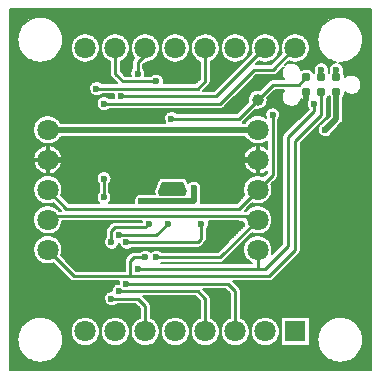
<source format=gtl>
G04 DipTrace 2.3.1.0*
%INminishift_Top.gtl*%
%MOIN*%
%ADD13C,0.02*%
%ADD15C,0.01*%
%ADD17C,0.006*%
%ADD18C,0.013*%
%ADD19R,0.0709X0.0709*%
%ADD20C,0.0709*%
%ADD26C,0.031*%
%ADD28C,0.0394*%
%ADD30C,0.0236*%
%FSLAX44Y44*%
G04*
G70*
G90*
G75*
G01*
%LNTop*%
%LPD*%
X10736Y9976D2*
D13*
Y10986D1*
X9111D1*
X8416Y10291D1*
X14111Y13486D2*
Y13236D1*
X13236Y12361D1*
Y11236D1*
X12486D2*
X5486D1*
X12486Y9236D2*
D15*
X12236D1*
X12111Y9361D1*
X5611D1*
X5486Y9236D1*
X9110Y7986D2*
X11236D1*
X12486Y9236D1*
X15111Y13986D2*
Y14236D1*
X14361Y13111D2*
Y12861D1*
X13486Y11986D1*
Y8361D1*
X12736Y7611D1*
X12486D1*
X8480D1*
X12486Y8236D2*
Y7611D1*
X8736Y7986D2*
X8361D1*
X8236Y7861D1*
Y7361D1*
X12861D1*
X13736Y8236D1*
Y11861D1*
X14611Y12736D1*
Y13486D1*
X5486Y8236D2*
X6361Y7361D1*
X8236D1*
X10736Y14961D2*
Y13861D1*
X10486Y13611D1*
X7111D1*
X7361Y10611D2*
Y9986D1*
X9486Y9111D2*
X9111Y8736D1*
X7861D1*
Y6861D2*
X10486D1*
X10736Y6611D1*
Y5512D1*
X7736Y14961D2*
Y14111D1*
X7986Y13861D1*
X9110D1*
X8861Y9111D2*
X8736Y8986D1*
X7736D1*
X7611Y8861D1*
Y8486D1*
Y6611D2*
X8486D1*
X8736Y6361D1*
Y5512D1*
Y14961D2*
Y14736D1*
X8486Y14486D1*
Y14111D1*
X7929Y13361D2*
X11111D1*
X12711Y14961D1*
X12736D1*
X13736D2*
X13711D1*
X12986Y14236D1*
X12361D1*
X11236Y13111D1*
X7361D1*
X11736Y5512D2*
Y6861D1*
X11486Y7111D1*
X8111D1*
Y8486D2*
X10486D1*
X10611Y8611D1*
Y9111D1*
X14111Y13986D2*
X13861Y13736D1*
X12986D1*
X12486Y13236D1*
X9611Y12611D2*
X11861D1*
X12486Y13236D1*
X14611Y13986D2*
Y14236D1*
X12486Y10236D2*
X12986Y10736D1*
Y12736D1*
X5486Y10236D2*
X6111Y9611D1*
X11861D1*
X12486Y10236D1*
X5486Y12236D2*
D13*
X12486D1*
X15111Y13486D2*
Y12611D1*
X14736Y12236D1*
X8611Y9861D2*
X10361D1*
Y10291D1*
D30*
X10736Y9976D3*
X8416Y10291D3*
X13236Y11236D3*
X9110Y7986D3*
X15111Y14236D3*
X14361Y13111D3*
X8480Y7611D3*
X8736Y7986D3*
X7111Y13611D3*
X7361Y10611D3*
Y9986D3*
X9486Y9111D3*
X7861Y8736D3*
Y6861D3*
X9110Y13861D3*
X8861Y9111D3*
X7611Y8486D3*
Y6611D3*
X8486Y14111D3*
X7929Y13361D3*
X7361Y13111D3*
X8111Y7111D3*
Y8486D3*
X10611Y9111D3*
X9611Y12611D3*
X14611Y14236D3*
X12986Y12736D3*
X14611Y14236D3*
X14736Y12236D3*
X8611Y9861D3*
X10361Y10291D3*
X4233Y16187D2*
D17*
X16239D1*
X4233Y16128D2*
X16239D1*
X4233Y16070D2*
X16239D1*
X4233Y16011D2*
X16239D1*
X4233Y15952D2*
X4969D1*
X5504D2*
X14969D1*
X15504D2*
X16239D1*
X4233Y15893D2*
X4844D1*
X5628D2*
X14844D1*
X15629D2*
X16239D1*
X4233Y15835D2*
X4759D1*
X5715D2*
X14758D1*
X15714D2*
X16239D1*
X4233Y15776D2*
X4692D1*
X5780D2*
X14692D1*
X15781D2*
X16239D1*
X4233Y15717D2*
X4639D1*
X5834D2*
X14639D1*
X15833D2*
X16239D1*
X4233Y15659D2*
X4595D1*
X5877D2*
X14596D1*
X15877D2*
X16239D1*
X4233Y15600D2*
X4561D1*
X5912D2*
X14560D1*
X15912D2*
X16239D1*
X4233Y15541D2*
X4532D1*
X5941D2*
X14532D1*
X15941D2*
X16239D1*
X4233Y15483D2*
X4509D1*
X5964D2*
X14509D1*
X15963D2*
X16239D1*
X4233Y15424D2*
X4491D1*
X5981D2*
X6582D1*
X6891D2*
X7581D1*
X7891D2*
X8582D1*
X8891D2*
X9582D1*
X9891D2*
X10581D1*
X10891D2*
X11582D1*
X11891D2*
X12582D1*
X12891D2*
X13581D1*
X13891D2*
X14492D1*
X15981D2*
X16239D1*
X4233Y15365D2*
X4479D1*
X5994D2*
X6460D1*
X7012D2*
X7460D1*
X8012D2*
X8460D1*
X9013D2*
X9460D1*
X10012D2*
X10460D1*
X11012D2*
X11460D1*
X12013D2*
X12460D1*
X13012D2*
X13460D1*
X14012D2*
X14479D1*
X15993D2*
X16239D1*
X4233Y15307D2*
X4472D1*
X6001D2*
X6388D1*
X7084D2*
X7388D1*
X8085D2*
X8388D1*
X9084D2*
X9388D1*
X10084D2*
X10388D1*
X11085D2*
X11388D1*
X12084D2*
X12388D1*
X13084D2*
X13388D1*
X14085D2*
X14471D1*
X16001D2*
X16239D1*
X4233Y15248D2*
X4468D1*
X6004D2*
X6337D1*
X7135D2*
X7338D1*
X8135D2*
X8338D1*
X9135D2*
X9337D1*
X10135D2*
X10338D1*
X11135D2*
X11338D1*
X12135D2*
X12337D1*
X13135D2*
X13338D1*
X14135D2*
X14468D1*
X16005D2*
X16239D1*
X4233Y15189D2*
X4470D1*
X6003D2*
X6301D1*
X7171D2*
X7301D1*
X8172D2*
X8300D1*
X9172D2*
X9301D1*
X10171D2*
X10301D1*
X11172D2*
X11300D1*
X12172D2*
X12301D1*
X13171D2*
X13301D1*
X14172D2*
X14469D1*
X16003D2*
X16239D1*
X4233Y15131D2*
X4475D1*
X5997D2*
X6274D1*
X7199D2*
X7274D1*
X8198D2*
X8274D1*
X9198D2*
X9274D1*
X10199D2*
X10274D1*
X11198D2*
X11274D1*
X12198D2*
X12274D1*
X13199D2*
X13274D1*
X14198D2*
X14476D1*
X15997D2*
X16239D1*
X4233Y15072D2*
X4486D1*
X5986D2*
X6257D1*
X7216D2*
X7257D1*
X8216D2*
X8256D1*
X9216D2*
X9256D1*
X10216D2*
X10257D1*
X11216D2*
X11256D1*
X12216D2*
X12256D1*
X13216D2*
X13257D1*
X14216D2*
X14486D1*
X15987D2*
X16239D1*
X4233Y15013D2*
X4502D1*
X5971D2*
X6246D1*
X14226D2*
X14501D1*
X15971D2*
X16239D1*
X4233Y14954D2*
X4522D1*
X5951D2*
X6244D1*
X14229D2*
X14522D1*
X15950D2*
X16239D1*
X4233Y14896D2*
X4549D1*
X5925D2*
X6248D1*
X14224D2*
X14548D1*
X15924D2*
X16239D1*
X4233Y14837D2*
X4580D1*
X5892D2*
X6259D1*
X7213D2*
X7260D1*
X8213D2*
X8259D1*
X9213D2*
X9260D1*
X10213D2*
X10260D1*
X11213D2*
X11259D1*
X12213D2*
X12260D1*
X13213D2*
X13260D1*
X14213D2*
X14581D1*
X15892D2*
X16239D1*
X4233Y14778D2*
X4621D1*
X5851D2*
X6279D1*
X7193D2*
X7279D1*
X8193D2*
X8279D1*
X9194D2*
X9279D1*
X10193D2*
X10279D1*
X11193D2*
X11279D1*
X12194D2*
X12265D1*
X13193D2*
X13264D1*
X14193D2*
X14621D1*
X15852D2*
X16239D1*
X4233Y14720D2*
X4669D1*
X5803D2*
X6307D1*
X7165D2*
X7308D1*
X8165D2*
X8308D1*
X9165D2*
X9307D1*
X10165D2*
X10308D1*
X11165D2*
X11308D1*
X12165D2*
X12206D1*
X13165D2*
X13206D1*
X14165D2*
X14670D1*
X15803D2*
X16239D1*
X4233Y14661D2*
X4730D1*
X5743D2*
X6347D1*
X7126D2*
X7347D1*
X8126D2*
X8347D1*
X9125D2*
X9347D1*
X10126D2*
X10347D1*
X11126D2*
X11347D1*
X14126D2*
X14730D1*
X15742D2*
X16239D1*
X4233Y14602D2*
X4807D1*
X5666D2*
X6401D1*
X7071D2*
X7401D1*
X8071D2*
X8340D1*
X9072D2*
X9401D1*
X10071D2*
X10401D1*
X11071D2*
X11401D1*
X14071D2*
X14807D1*
X15665D2*
X16239D1*
X4233Y14544D2*
X4912D1*
X5561D2*
X6480D1*
X6993D2*
X7479D1*
X7993D2*
X8307D1*
X8993D2*
X9480D1*
X9993D2*
X10479D1*
X10993D2*
X11479D1*
X11993D2*
X12030D1*
X12993D2*
X13031D1*
X13993D2*
X14912D1*
X15560D2*
X16239D1*
X4233Y14485D2*
X5101D1*
X5371D2*
X6628D1*
X6845D2*
X7548D1*
X7924D2*
X8298D1*
X8845D2*
X9628D1*
X9845D2*
X10548D1*
X10924D2*
X11628D1*
X11845D2*
X11972D1*
X12498D2*
X12628D1*
X12845D2*
X12971D1*
X13499D2*
X13627D1*
X13845D2*
X14577D1*
X14646D2*
X15077D1*
X15372D2*
X16239D1*
X4233Y14426D2*
X7548D1*
X7924D2*
X8298D1*
X8690D2*
X10548D1*
X10924D2*
X11913D1*
X12440D2*
X12913D1*
X13779D2*
X14442D1*
X14780D2*
X14943D1*
X15280D2*
X16239D1*
X4233Y14368D2*
X7548D1*
X7924D2*
X8298D1*
X8674D2*
X10548D1*
X10924D2*
X11854D1*
X13856D2*
X14392D1*
X14831D2*
X14892D1*
X15331D2*
X16239D1*
X4233Y14309D2*
X7548D1*
X7924D2*
X8298D1*
X8674D2*
X10548D1*
X10924D2*
X11795D1*
X13901D2*
X14366D1*
X15357D2*
X16239D1*
X4233Y14250D2*
X7548D1*
X7924D2*
X8272D1*
X8701D2*
X10548D1*
X10924D2*
X11736D1*
X13929D2*
X13992D1*
X14231D2*
X14356D1*
X15367D2*
X16239D1*
X4233Y14192D2*
X7548D1*
X7924D2*
X8243D1*
X8730D2*
X10548D1*
X10924D2*
X11678D1*
X13205D2*
X13278D1*
X14318D2*
X14358D1*
X15363D2*
X16239D1*
X4233Y14133D2*
X7548D1*
X7979D2*
X8231D1*
X8742D2*
X10548D1*
X10924D2*
X11619D1*
X13147D2*
X13273D1*
X15364D2*
X16239D1*
X4233Y14074D2*
X7551D1*
X8037D2*
X8233D1*
X8740D2*
X8973D1*
X9248D2*
X10548D1*
X10924D2*
X11560D1*
X13076D2*
X13279D1*
X15391D2*
X16239D1*
X4233Y14015D2*
X7575D1*
X9314D2*
X10548D1*
X10924D2*
X11502D1*
X12405D2*
X13295D1*
X15797D2*
X16239D1*
X4233Y13957D2*
X7627D1*
X9347D2*
X10548D1*
X10924D2*
X11443D1*
X12346D2*
X13325D1*
X15866D2*
X16239D1*
X4233Y13898D2*
X7685D1*
X9364D2*
X10509D1*
X10924D2*
X11385D1*
X12286D2*
X12896D1*
X15907D2*
X16239D1*
X4233Y13839D2*
X7002D1*
X7220D2*
X7744D1*
X9365D2*
X10451D1*
X10923D2*
X11326D1*
X12228D2*
X12826D1*
X15933D2*
X16239D1*
X4233Y13781D2*
X6921D1*
X10906D2*
X11267D1*
X12169D2*
X12767D1*
X15946D2*
X16239D1*
X4233Y13722D2*
X6881D1*
X10861D2*
X11209D1*
X12111D2*
X12709D1*
X15949D2*
X16239D1*
X4233Y13663D2*
X6860D1*
X10802D2*
X11149D1*
X12052D2*
X12649D1*
X15942D2*
X16239D1*
X4233Y13605D2*
X6855D1*
X10743D2*
X11091D1*
X11993D2*
X12591D1*
X15922D2*
X16239D1*
X4233Y13546D2*
X6863D1*
X10684D2*
X11032D1*
X11935D2*
X12369D1*
X13060D2*
X13348D1*
X15889D2*
X16239D1*
X4233Y13487D2*
X6888D1*
X11876D2*
X12267D1*
X13001D2*
X13309D1*
X15838D2*
X16239D1*
X4233Y13429D2*
X6934D1*
X7289D2*
X7682D1*
X11818D2*
X12214D1*
X12943D2*
X13286D1*
X15399D2*
X15480D1*
X15743D2*
X16239D1*
X4233Y13370D2*
X7039D1*
X7184D2*
X7673D1*
X11759D2*
X12180D1*
X12884D2*
X13275D1*
X15380D2*
X16239D1*
X4233Y13311D2*
X7204D1*
X7518D2*
X7678D1*
X11700D2*
X12160D1*
X12825D2*
X13274D1*
X15349D2*
X16239D1*
X4233Y13253D2*
X7148D1*
X11641D2*
X12152D1*
X12821D2*
X13284D1*
X14800D2*
X14873D1*
X15349D2*
X16239D1*
X4233Y13194D2*
X7119D1*
X11582D2*
X12154D1*
X12819D2*
X13305D1*
X13918D2*
X14119D1*
X14800D2*
X14873D1*
X15349D2*
X16239D1*
X4233Y13135D2*
X7106D1*
X11524D2*
X12122D1*
X12806D2*
X13340D1*
X13882D2*
X14106D1*
X14800D2*
X14873D1*
X15349D2*
X16239D1*
X4233Y13076D2*
X7107D1*
X11465D2*
X12063D1*
X12780D2*
X13398D1*
X13824D2*
X14107D1*
X14800D2*
X14873D1*
X15349D2*
X16239D1*
X4233Y13018D2*
X7123D1*
X11406D2*
X12004D1*
X12738D2*
X13510D1*
X13712D2*
X14123D1*
X14800D2*
X14873D1*
X15349D2*
X16239D1*
X4233Y12959D2*
X7157D1*
X11342D2*
X11945D1*
X12670D2*
X12866D1*
X13107D2*
X14156D1*
X14800D2*
X14873D1*
X15349D2*
X16239D1*
X4233Y12900D2*
X7220D1*
X7502D2*
X11886D1*
X12414D2*
X12791D1*
X13181D2*
X14136D1*
X14800D2*
X14873D1*
X15349D2*
X16239D1*
X4233Y12842D2*
X9508D1*
X9715D2*
X11828D1*
X12356D2*
X12754D1*
X13219D2*
X14078D1*
X14800D2*
X14873D1*
X15349D2*
X16239D1*
X4233Y12783D2*
X9424D1*
X12297D2*
X12734D1*
X13238D2*
X14019D1*
X14800D2*
X14873D1*
X15349D2*
X16239D1*
X4233Y12724D2*
X9382D1*
X12238D2*
X12730D1*
X13243D2*
X13961D1*
X14799D2*
X14873D1*
X15349D2*
X16239D1*
X4233Y12666D2*
X5252D1*
X5721D2*
X9361D1*
X12180D2*
X12251D1*
X13232D2*
X13902D1*
X14785D2*
X14831D1*
X15349D2*
X16239D1*
X4233Y12607D2*
X5165D1*
X5807D2*
X9355D1*
X12121D2*
X12165D1*
X13207D2*
X13843D1*
X15349D2*
X16239D1*
X4233Y12548D2*
X5107D1*
X5866D2*
X9363D1*
X12062D2*
X12107D1*
X13174D2*
X13785D1*
X15341D2*
X16239D1*
X4233Y12490D2*
X5065D1*
X5908D2*
X9386D1*
X12003D2*
X12064D1*
X13174D2*
X13726D1*
X15316D2*
X16239D1*
X4233Y12431D2*
X5034D1*
X13174D2*
X13668D1*
X15266D2*
X16239D1*
X4233Y12372D2*
X5013D1*
X13174D2*
X13609D1*
X15207D2*
X16239D1*
X4233Y12314D2*
X4999D1*
X13174D2*
X13549D1*
X14452D2*
X14492D1*
X15148D2*
X16239D1*
X4233Y12255D2*
X4994D1*
X13174D2*
X13491D1*
X14394D2*
X14480D1*
X15090D2*
X16239D1*
X4233Y12196D2*
X4996D1*
X13174D2*
X13432D1*
X14335D2*
X14483D1*
X15031D2*
X16239D1*
X4233Y12137D2*
X5004D1*
X13174D2*
X13374D1*
X14276D2*
X14500D1*
X14972D2*
X16239D1*
X4233Y12079D2*
X5020D1*
X13174D2*
X13324D1*
X14218D2*
X14536D1*
X14937D2*
X16239D1*
X4233Y12020D2*
X5044D1*
X13174D2*
X13301D1*
X14159D2*
X14604D1*
X14868D2*
X16239D1*
X4233Y11961D2*
X5079D1*
X5894D2*
X12079D1*
X13174D2*
X13298D1*
X14101D2*
X16239D1*
X4233Y11903D2*
X5126D1*
X5847D2*
X12126D1*
X13174D2*
X13298D1*
X14041D2*
X16239D1*
X4233Y11844D2*
X5193D1*
X5780D2*
X12192D1*
X13174D2*
X13298D1*
X13982D2*
X16239D1*
X4233Y11785D2*
X5298D1*
X5675D2*
X12297D1*
X12676D2*
X12798D1*
X13174D2*
X13298D1*
X13924D2*
X16239D1*
X4233Y11727D2*
X12798D1*
X13174D2*
X13298D1*
X13924D2*
X16239D1*
X4233Y11668D2*
X5255D1*
X5716D2*
X12256D1*
X12717D2*
X12798D1*
X13174D2*
X13298D1*
X13924D2*
X16239D1*
X4233Y11609D2*
X5168D1*
X5805D2*
X12168D1*
X13174D2*
X13298D1*
X13924D2*
X16239D1*
X4233Y11551D2*
X5109D1*
X5864D2*
X12109D1*
X13174D2*
X13298D1*
X13924D2*
X16239D1*
X4233Y11492D2*
X5066D1*
X5906D2*
X12066D1*
X13174D2*
X13298D1*
X13924D2*
X16239D1*
X4233Y11433D2*
X5035D1*
X5937D2*
X12035D1*
X13174D2*
X13298D1*
X13924D2*
X16239D1*
X4233Y11375D2*
X5014D1*
X5958D2*
X12014D1*
X13174D2*
X13298D1*
X13924D2*
X16239D1*
X4233Y11316D2*
X5000D1*
X5972D2*
X12000D1*
X13174D2*
X13298D1*
X13924D2*
X16239D1*
X4233Y11257D2*
X4994D1*
X5978D2*
X11994D1*
X13174D2*
X13298D1*
X13924D2*
X16239D1*
X4233Y11198D2*
X4995D1*
X5977D2*
X11995D1*
X13174D2*
X13298D1*
X13924D2*
X16239D1*
X4233Y11140D2*
X5003D1*
X5970D2*
X12004D1*
X13174D2*
X13298D1*
X13924D2*
X16239D1*
X4233Y11081D2*
X5019D1*
X5954D2*
X12019D1*
X13174D2*
X13298D1*
X13924D2*
X16239D1*
X4233Y11022D2*
X5044D1*
X5929D2*
X12043D1*
X13174D2*
X13298D1*
X13924D2*
X16239D1*
X4233Y10964D2*
X5077D1*
X5896D2*
X12077D1*
X13174D2*
X13298D1*
X13924D2*
X16239D1*
X4233Y10905D2*
X5124D1*
X5849D2*
X12124D1*
X13174D2*
X13298D1*
X13924D2*
X16239D1*
X4233Y10846D2*
X5189D1*
X5783D2*
X7269D1*
X7454D2*
X12189D1*
X13174D2*
X13298D1*
X13924D2*
X16239D1*
X4233Y10788D2*
X5292D1*
X5681D2*
X7177D1*
X7545D2*
X12291D1*
X12681D2*
X12774D1*
X13174D2*
X13298D1*
X13924D2*
X16239D1*
X4233Y10729D2*
X7134D1*
X7589D2*
X12715D1*
X13174D2*
X13298D1*
X13924D2*
X16239D1*
X4233Y10670D2*
X5260D1*
X5712D2*
X7112D1*
X7610D2*
X12260D1*
X13162D2*
X13298D1*
X13924D2*
X16239D1*
X4233Y10612D2*
X5171D1*
X5802D2*
X7105D1*
X7618D2*
X9212D1*
X10091D2*
X12170D1*
X13126D2*
X13298D1*
X13924D2*
X16239D1*
X4233Y10553D2*
X5111D1*
X5862D2*
X7112D1*
X7611D2*
X9164D1*
X10139D2*
X12110D1*
X13066D2*
X13298D1*
X13924D2*
X16239D1*
X4233Y10494D2*
X5068D1*
X5905D2*
X7134D1*
X7589D2*
X9141D1*
X10161D2*
X10208D1*
X10514D2*
X12067D1*
X13008D2*
X13298D1*
X13924D2*
X16239D1*
X4233Y10436D2*
X5036D1*
X5936D2*
X7173D1*
X7549D2*
X9120D1*
X10572D2*
X12036D1*
X12949D2*
X13298D1*
X13924D2*
X16239D1*
X4233Y10377D2*
X5014D1*
X5958D2*
X7173D1*
X7549D2*
X9097D1*
X10603D2*
X12015D1*
X12958D2*
X13298D1*
X13924D2*
X16239D1*
X4233Y10318D2*
X5000D1*
X5971D2*
X7173D1*
X7549D2*
X9076D1*
X10616D2*
X12001D1*
X12972D2*
X13298D1*
X13924D2*
X16239D1*
X4233Y10259D2*
X4994D1*
X5978D2*
X7173D1*
X7549D2*
X9053D1*
X10616D2*
X11994D1*
X12978D2*
X13298D1*
X13924D2*
X16239D1*
X4233Y10201D2*
X4995D1*
X5977D2*
X7173D1*
X7549D2*
X9034D1*
X10601D2*
X11995D1*
X12977D2*
X13298D1*
X13924D2*
X16239D1*
X4233Y10142D2*
X5003D1*
X5970D2*
X7159D1*
X7563D2*
X9039D1*
X10600D2*
X12003D1*
X12970D2*
X13298D1*
X13924D2*
X16239D1*
X4233Y10083D2*
X5018D1*
X5955D2*
X7125D1*
X7598D2*
X8490D1*
X10600D2*
X12019D1*
X12954D2*
X13298D1*
X13924D2*
X16239D1*
X4233Y10025D2*
X5042D1*
X5961D2*
X7108D1*
X7615D2*
X8416D1*
X10600D2*
X12011D1*
X12931D2*
X13298D1*
X13924D2*
X16239D1*
X4233Y9966D2*
X5075D1*
X6020D2*
X7106D1*
X7617D2*
X8378D1*
X10600D2*
X11952D1*
X12897D2*
X13298D1*
X13924D2*
X16239D1*
X4233Y9907D2*
X5121D1*
X6079D2*
X7117D1*
X7605D2*
X8359D1*
X10600D2*
X11894D1*
X12851D2*
X13298D1*
X13924D2*
X16239D1*
X4233Y9849D2*
X5186D1*
X6137D2*
X7146D1*
X7576D2*
X8355D1*
X10599D2*
X11835D1*
X12786D2*
X13298D1*
X13924D2*
X16239D1*
X4233Y9790D2*
X5286D1*
X12686D2*
X13298D1*
X13924D2*
X16239D1*
X4233Y9731D2*
X5728D1*
X12245D2*
X13298D1*
X13924D2*
X16239D1*
X4233Y9673D2*
X5265D1*
X5708D2*
X5786D1*
X12186D2*
X12265D1*
X12707D2*
X13298D1*
X13924D2*
X16239D1*
X4233Y9614D2*
X5174D1*
X5799D2*
X5845D1*
X12128D2*
X12173D1*
X12799D2*
X13298D1*
X13924D2*
X16239D1*
X4233Y9555D2*
X5113D1*
X5860D2*
X5903D1*
X12069D2*
X12113D1*
X12859D2*
X13298D1*
X13924D2*
X16239D1*
X4233Y9497D2*
X5069D1*
X12903D2*
X13298D1*
X13924D2*
X16239D1*
X4233Y9438D2*
X5037D1*
X12935D2*
X13298D1*
X13924D2*
X16239D1*
X4233Y9379D2*
X5015D1*
X12958D2*
X13298D1*
X13924D2*
X16239D1*
X4233Y9320D2*
X5001D1*
X12972D2*
X13298D1*
X13924D2*
X16239D1*
X4233Y9262D2*
X4995D1*
X12978D2*
X13298D1*
X13924D2*
X16239D1*
X4233Y9203D2*
X4995D1*
X12977D2*
X13298D1*
X13924D2*
X16239D1*
X4233Y9144D2*
X5002D1*
X5971D2*
X7639D1*
X10865D2*
X12003D1*
X12970D2*
X13298D1*
X13924D2*
X16239D1*
X4233Y9086D2*
X5017D1*
X5955D2*
X7572D1*
X10866D2*
X12018D1*
X12955D2*
X13298D1*
X13924D2*
X16239D1*
X4233Y9027D2*
X5041D1*
X5931D2*
X7513D1*
X10853D2*
X12013D1*
X12931D2*
X13298D1*
X13924D2*
X16239D1*
X4233Y8968D2*
X5074D1*
X5898D2*
X7458D1*
X10823D2*
X11955D1*
X12899D2*
X13298D1*
X13924D2*
X16239D1*
X4233Y8910D2*
X5119D1*
X5853D2*
X7429D1*
X10800D2*
X11896D1*
X12853D2*
X13298D1*
X13924D2*
X16239D1*
X4233Y8851D2*
X5183D1*
X5790D2*
X7423D1*
X10800D2*
X11838D1*
X12790D2*
X13298D1*
X13924D2*
X16239D1*
X4233Y8792D2*
X5281D1*
X5691D2*
X7423D1*
X10800D2*
X11779D1*
X12691D2*
X13298D1*
X13924D2*
X16239D1*
X4233Y8734D2*
X7423D1*
X10800D2*
X11719D1*
X12247D2*
X13298D1*
X13924D2*
X16239D1*
X4233Y8675D2*
X5269D1*
X5702D2*
X7423D1*
X10800D2*
X11661D1*
X12189D2*
X12270D1*
X12703D2*
X13298D1*
X13924D2*
X16239D1*
X4233Y8616D2*
X5177D1*
X5796D2*
X7391D1*
X10800D2*
X11602D1*
X12130D2*
X12176D1*
X12796D2*
X13298D1*
X13924D2*
X16239D1*
X4233Y8558D2*
X5115D1*
X5858D2*
X7365D1*
X10791D2*
X11544D1*
X12071D2*
X12115D1*
X12857D2*
X13298D1*
X13924D2*
X16239D1*
X4233Y8499D2*
X5071D1*
X5902D2*
X7355D1*
X10761D2*
X11485D1*
X12013D2*
X12071D1*
X12901D2*
X13298D1*
X13924D2*
X16239D1*
X4233Y8440D2*
X5039D1*
X5934D2*
X7359D1*
X10704D2*
X11426D1*
X11954D2*
X12038D1*
X12934D2*
X13298D1*
X13924D2*
X16239D1*
X4233Y8381D2*
X5015D1*
X5956D2*
X7378D1*
X7845D2*
X7877D1*
X10645D2*
X11368D1*
X11896D2*
X12016D1*
X12957D2*
X13243D1*
X13924D2*
X16239D1*
X4233Y8323D2*
X5001D1*
X5971D2*
X7415D1*
X7807D2*
X7916D1*
X10573D2*
X11309D1*
X11836D2*
X12002D1*
X12971D2*
X13184D1*
X13924D2*
X16239D1*
X4233Y8264D2*
X4995D1*
X5978D2*
X7489D1*
X7733D2*
X7990D1*
X8233D2*
X11251D1*
X11777D2*
X11994D1*
X12978D2*
X13126D1*
X13924D2*
X16239D1*
X4233Y8205D2*
X4995D1*
X5978D2*
X8609D1*
X8864D2*
X8983D1*
X9238D2*
X11192D1*
X11719D2*
X11994D1*
X12977D2*
X13067D1*
X13921D2*
X16239D1*
X4233Y8147D2*
X5002D1*
X5971D2*
X8269D1*
X11660D2*
X12002D1*
X12971D2*
X13008D1*
X13901D2*
X16239D1*
X4233Y8088D2*
X5016D1*
X5956D2*
X8199D1*
X11602D2*
X12017D1*
X13852D2*
X16239D1*
X4233Y8029D2*
X5040D1*
X5956D2*
X8141D1*
X11543D2*
X12040D1*
X13793D2*
X16239D1*
X4233Y7971D2*
X5073D1*
X6016D2*
X8085D1*
X11484D2*
X12073D1*
X13734D2*
X16239D1*
X4233Y7912D2*
X5118D1*
X6075D2*
X8055D1*
X11426D2*
X12118D1*
X13676D2*
X16239D1*
X4233Y7853D2*
X5180D1*
X6133D2*
X8048D1*
X11367D2*
X12180D1*
X13617D2*
X16239D1*
X4233Y7795D2*
X5276D1*
X6192D2*
X8048D1*
X9277D2*
X12276D1*
X13559D2*
X16239D1*
X4233Y7736D2*
X5723D1*
X6250D2*
X8048D1*
X13500D2*
X16239D1*
X4233Y7677D2*
X5781D1*
X6309D2*
X8048D1*
X13441D2*
X16239D1*
X4233Y7619D2*
X5840D1*
X6368D2*
X8048D1*
X13382D2*
X16239D1*
X4233Y7560D2*
X5899D1*
X6426D2*
X8048D1*
X13323D2*
X16239D1*
X4233Y7501D2*
X5958D1*
X13265D2*
X16239D1*
X4233Y7442D2*
X6017D1*
X13206D2*
X16239D1*
X4233Y7384D2*
X6075D1*
X13147D2*
X16239D1*
X4233Y7325D2*
X6134D1*
X13089D2*
X16239D1*
X4233Y7266D2*
X6192D1*
X13030D2*
X16239D1*
X4233Y7208D2*
X6257D1*
X12965D2*
X16239D1*
X4233Y7149D2*
X7858D1*
X11712D2*
X16239D1*
X4233Y7090D2*
X7754D1*
X11771D2*
X16239D1*
X4233Y7032D2*
X7671D1*
X11830D2*
X16239D1*
X4233Y6973D2*
X7631D1*
X11886D2*
X16239D1*
X4233Y6914D2*
X7610D1*
X10697D2*
X11419D1*
X11917D2*
X16239D1*
X4233Y6856D2*
X7550D1*
X10756D2*
X11479D1*
X11925D2*
X16239D1*
X4233Y6797D2*
X7437D1*
X10815D2*
X11537D1*
X11925D2*
X16239D1*
X4233Y6738D2*
X7389D1*
X10873D2*
X11548D1*
X11925D2*
X16239D1*
X4233Y6680D2*
X7365D1*
X10911D2*
X11548D1*
X11925D2*
X16239D1*
X4233Y6621D2*
X7355D1*
X8741D2*
X10463D1*
X10924D2*
X11548D1*
X11925D2*
X16239D1*
X4233Y6562D2*
X7360D1*
X8799D2*
X10521D1*
X10924D2*
X11548D1*
X11925D2*
X16239D1*
X4233Y6503D2*
X7379D1*
X8858D2*
X10548D1*
X10924D2*
X11548D1*
X11925D2*
X16239D1*
X4233Y6445D2*
X7418D1*
X8904D2*
X10548D1*
X10924D2*
X11548D1*
X11925D2*
X16239D1*
X4233Y6386D2*
X7496D1*
X7726D2*
X8448D1*
X8923D2*
X10548D1*
X10924D2*
X11548D1*
X11925D2*
X16239D1*
X4233Y6327D2*
X8507D1*
X8925D2*
X10548D1*
X10924D2*
X11548D1*
X11925D2*
X16239D1*
X4233Y6269D2*
X8548D1*
X8925D2*
X10548D1*
X10924D2*
X11548D1*
X11925D2*
X16239D1*
X4233Y6210D2*
X8548D1*
X8925D2*
X10548D1*
X10924D2*
X11548D1*
X11925D2*
X16239D1*
X4233Y6151D2*
X8548D1*
X8925D2*
X10548D1*
X10924D2*
X11548D1*
X11925D2*
X16239D1*
X4233Y6093D2*
X8548D1*
X8925D2*
X10548D1*
X10924D2*
X11548D1*
X11925D2*
X16239D1*
X4233Y6034D2*
X8548D1*
X8925D2*
X10548D1*
X10924D2*
X11548D1*
X11925D2*
X16239D1*
X4233Y5975D2*
X5044D1*
X5429D2*
X6582D1*
X6890D2*
X7582D1*
X7891D2*
X8548D1*
X8925D2*
X9582D1*
X9890D2*
X10548D1*
X10924D2*
X11548D1*
X11925D2*
X12582D1*
X12890D2*
X13244D1*
X14229D2*
X15044D1*
X15429D2*
X16239D1*
X4233Y5917D2*
X4886D1*
X5586D2*
X6460D1*
X7012D2*
X7460D1*
X8012D2*
X8460D1*
X9013D2*
X9460D1*
X10012D2*
X10460D1*
X11012D2*
X11460D1*
X12013D2*
X12460D1*
X13012D2*
X13244D1*
X14229D2*
X14886D1*
X15586D2*
X16239D1*
X4233Y5858D2*
X4789D1*
X5684D2*
X6388D1*
X7084D2*
X7388D1*
X8085D2*
X8389D1*
X9084D2*
X9388D1*
X10084D2*
X10388D1*
X11085D2*
X11389D1*
X12084D2*
X12388D1*
X13084D2*
X13244D1*
X14229D2*
X14789D1*
X15683D2*
X16239D1*
X4233Y5799D2*
X4716D1*
X5756D2*
X6337D1*
X7135D2*
X7338D1*
X8135D2*
X8338D1*
X9135D2*
X9337D1*
X10135D2*
X10338D1*
X11135D2*
X11338D1*
X12135D2*
X12337D1*
X13135D2*
X13244D1*
X14229D2*
X14717D1*
X15756D2*
X16239D1*
X4233Y5741D2*
X4658D1*
X5814D2*
X6301D1*
X7171D2*
X7301D1*
X8172D2*
X8300D1*
X9172D2*
X9301D1*
X10171D2*
X10301D1*
X11172D2*
X11300D1*
X12172D2*
X12301D1*
X13171D2*
X13244D1*
X14229D2*
X14659D1*
X15814D2*
X16239D1*
X4233Y5682D2*
X4611D1*
X5861D2*
X6274D1*
X7198D2*
X7274D1*
X8198D2*
X8274D1*
X9198D2*
X9274D1*
X10198D2*
X10274D1*
X11198D2*
X11274D1*
X12198D2*
X12274D1*
X13198D2*
X13244D1*
X14229D2*
X14612D1*
X15861D2*
X16239D1*
X4233Y5623D2*
X4574D1*
X5899D2*
X6257D1*
X7216D2*
X7257D1*
X8216D2*
X8256D1*
X9216D2*
X9256D1*
X10216D2*
X10257D1*
X11216D2*
X11256D1*
X12216D2*
X12256D1*
X14229D2*
X14573D1*
X15899D2*
X16239D1*
X4233Y5564D2*
X4542D1*
X5930D2*
X6246D1*
X14229D2*
X14542D1*
X15931D2*
X16239D1*
X4233Y5506D2*
X4518D1*
X5956D2*
X6244D1*
X14229D2*
X14517D1*
X15955D2*
X16239D1*
X4233Y5447D2*
X4498D1*
X5975D2*
X6248D1*
X14229D2*
X14497D1*
X15975D2*
X16239D1*
X4233Y5388D2*
X4483D1*
X5989D2*
X6259D1*
X7213D2*
X7260D1*
X8213D2*
X8259D1*
X9213D2*
X9260D1*
X10213D2*
X10260D1*
X11213D2*
X11259D1*
X12213D2*
X12260D1*
X13213D2*
X13244D1*
X14229D2*
X14483D1*
X15990D2*
X16239D1*
X4233Y5330D2*
X4474D1*
X5999D2*
X6279D1*
X7193D2*
X7279D1*
X8193D2*
X8279D1*
X9194D2*
X9279D1*
X10193D2*
X10279D1*
X11193D2*
X11279D1*
X12194D2*
X12279D1*
X13193D2*
X13244D1*
X14229D2*
X14474D1*
X15999D2*
X16239D1*
X4233Y5271D2*
X4469D1*
X6003D2*
X6307D1*
X7165D2*
X7308D1*
X8165D2*
X8307D1*
X9166D2*
X9307D1*
X10165D2*
X10308D1*
X11165D2*
X11307D1*
X12166D2*
X12307D1*
X13165D2*
X13244D1*
X14229D2*
X14469D1*
X16004D2*
X16239D1*
X4233Y5212D2*
X4468D1*
X6004D2*
X6347D1*
X7126D2*
X7347D1*
X8126D2*
X8346D1*
X9126D2*
X9347D1*
X10126D2*
X10347D1*
X11126D2*
X11346D1*
X12126D2*
X12347D1*
X13126D2*
X13244D1*
X14229D2*
X14468D1*
X16005D2*
X16239D1*
X4233Y5154D2*
X4473D1*
X6000D2*
X6401D1*
X7071D2*
X7401D1*
X8071D2*
X8401D1*
X9072D2*
X9401D1*
X10071D2*
X10401D1*
X11071D2*
X11401D1*
X12072D2*
X12401D1*
X13071D2*
X13244D1*
X14229D2*
X14473D1*
X16000D2*
X16239D1*
X4233Y5095D2*
X4481D1*
X5991D2*
X6479D1*
X6993D2*
X7479D1*
X7994D2*
X8479D1*
X8993D2*
X9479D1*
X9993D2*
X10479D1*
X10994D2*
X11479D1*
X11993D2*
X12479D1*
X12993D2*
X13244D1*
X14229D2*
X14481D1*
X15991D2*
X16239D1*
X4233Y5036D2*
X4495D1*
X5978D2*
X6627D1*
X6845D2*
X7627D1*
X7846D2*
X8628D1*
X8845D2*
X9627D1*
X9845D2*
X10627D1*
X10846D2*
X11628D1*
X11845D2*
X12627D1*
X12845D2*
X13244D1*
X14229D2*
X14494D1*
X15977D2*
X16239D1*
X4233Y4978D2*
X4513D1*
X5959D2*
X14513D1*
X15960D2*
X16239D1*
X4233Y4919D2*
X4537D1*
X5935D2*
X14538D1*
X15935D2*
X16239D1*
X4233Y4860D2*
X4567D1*
X5905D2*
X14568D1*
X15905D2*
X16239D1*
X4233Y4801D2*
X4604D1*
X5868D2*
X14604D1*
X15869D2*
X16239D1*
X4233Y4743D2*
X4649D1*
X5823D2*
X14649D1*
X15824D2*
X16239D1*
X4233Y4684D2*
X4705D1*
X5768D2*
X14704D1*
X15767D2*
X16239D1*
X4233Y4625D2*
X4774D1*
X5699D2*
X14774D1*
X15698D2*
X16239D1*
X4233Y4567D2*
X4865D1*
X5607D2*
X14866D1*
X15607D2*
X16239D1*
X4233Y4508D2*
X5005D1*
X5468D2*
X15004D1*
X15467D2*
X16239D1*
X4233Y4449D2*
X16239D1*
X4233Y4391D2*
X16239D1*
X4233Y4332D2*
X16239D1*
X4233Y4273D2*
X16239D1*
X13279Y5999D2*
X14223D1*
Y5025D1*
X13249D1*
Y5999D1*
X13279D1*
X13222Y5482D2*
X13215Y5422D1*
X13200Y5364D1*
X13178Y5308D1*
X13150Y5255D1*
X13115Y5207D1*
X13075Y5162D1*
X13029Y5123D1*
X12979Y5090D1*
X12926Y5063D1*
X12869Y5044D1*
X12810Y5031D1*
X12751Y5025D1*
X12691Y5027D1*
X12632Y5036D1*
X12574Y5053D1*
X12519Y5076D1*
X12467Y5106D1*
X12419Y5143D1*
X12376Y5184D1*
X12339Y5231D1*
X12307Y5282D1*
X12282Y5337D1*
X12264Y5394D1*
X12253Y5453D1*
X12249Y5513D1*
X12253Y5573D1*
X12264Y5631D1*
X12283Y5689D1*
X12308Y5743D1*
X12340Y5794D1*
X12377Y5841D1*
X12420Y5882D1*
X12468Y5918D1*
X12520Y5948D1*
X12576Y5971D1*
X12633Y5988D1*
X12693Y5997D1*
X12753Y5998D1*
X12812Y5993D1*
X12871Y5980D1*
X12927Y5959D1*
X12981Y5933D1*
X13031Y5899D1*
X13076Y5860D1*
X13116Y5816D1*
X13151Y5767D1*
X13179Y5714D1*
X13201Y5658D1*
X13215Y5600D1*
X13222Y5540D1*
Y5482D1*
X12222D2*
X12215Y5422D1*
X12200Y5364D1*
X12178Y5308D1*
X12150Y5255D1*
X12115Y5207D1*
X12075Y5162D1*
X12029Y5123D1*
X11979Y5090D1*
X11926Y5063D1*
X11869Y5044D1*
X11810Y5031D1*
X11751Y5025D1*
X11691Y5027D1*
X11632Y5036D1*
X11574Y5053D1*
X11519Y5076D1*
X11467Y5106D1*
X11419Y5143D1*
X11376Y5184D1*
X11339Y5231D1*
X11307Y5282D1*
X11282Y5337D1*
X11264Y5394D1*
X11253Y5453D1*
X11249Y5513D1*
X11253Y5573D1*
X11264Y5631D1*
X11283Y5689D1*
X11308Y5743D1*
X11340Y5794D1*
X11377Y5841D1*
X11420Y5882D1*
X11468Y5918D1*
X11520Y5948D1*
X11554Y5963D1*
Y6786D1*
X11410Y6929D1*
X10677D1*
X10865Y6740D1*
X10885Y6717D1*
X10900Y6692D1*
X10911Y6664D1*
X10917Y6634D1*
X10919Y6611D1*
Y5963D1*
X10981Y5933D1*
X11031Y5899D1*
X11076Y5860D1*
X11116Y5816D1*
X11151Y5767D1*
X11179Y5714D1*
X11201Y5658D1*
X11215Y5600D1*
X11222Y5540D1*
Y5482D1*
X11215Y5422D1*
X11200Y5364D1*
X11178Y5308D1*
X11150Y5255D1*
X11115Y5207D1*
X11075Y5162D1*
X11029Y5123D1*
X10979Y5090D1*
X10926Y5063D1*
X10869Y5044D1*
X10810Y5031D1*
X10751Y5025D1*
X10691Y5027D1*
X10632Y5036D1*
X10574Y5053D1*
X10519Y5076D1*
X10467Y5106D1*
X10419Y5143D1*
X10376Y5184D1*
X10339Y5231D1*
X10307Y5282D1*
X10282Y5337D1*
X10264Y5394D1*
X10253Y5453D1*
X10249Y5513D1*
X10253Y5573D1*
X10264Y5631D1*
X10283Y5689D1*
X10308Y5743D1*
X10340Y5794D1*
X10377Y5841D1*
X10420Y5882D1*
X10468Y5918D1*
X10520Y5948D1*
X10554Y5963D1*
Y6537D1*
X10410Y6679D1*
X8676D1*
X8865Y6490D1*
X8885Y6467D1*
X8900Y6442D1*
X8911Y6414D1*
X8917Y6384D1*
X8919Y6361D1*
Y5963D1*
X8954Y5947D1*
X9006Y5917D1*
X9054Y5880D1*
X9097Y5839D1*
X9134Y5792D1*
X9166Y5741D1*
X9191Y5686D1*
X9209Y5629D1*
X9219Y5570D1*
X9223Y5512D1*
X9219Y5452D1*
X9208Y5393D1*
X9190Y5336D1*
X9165Y5281D1*
X9133Y5230D1*
X9096Y5184D1*
X9053Y5142D1*
X9005Y5106D1*
X8953Y5076D1*
X8898Y5053D1*
X8840Y5036D1*
X8781Y5027D1*
X8721Y5025D1*
X8661Y5031D1*
X8603Y5044D1*
X8546Y5064D1*
X8492Y5091D1*
X8442Y5124D1*
X8397Y5163D1*
X8357Y5207D1*
X8322Y5256D1*
X8294Y5309D1*
X8272Y5365D1*
X8258Y5423D1*
X8250Y5483D1*
Y5543D1*
X8258Y5602D1*
X8273Y5660D1*
X8294Y5716D1*
X8323Y5769D1*
X8358Y5818D1*
X8398Y5862D1*
X8444Y5901D1*
X8494Y5934D1*
X8554Y5963D1*
Y6285D1*
X8410Y6429D1*
X7782D1*
X7755Y6406D1*
X7730Y6391D1*
X7703Y6378D1*
X7674Y6369D1*
X7645Y6363D1*
X7615Y6361D1*
X7585Y6362D1*
X7555Y6367D1*
X7526Y6375D1*
X7499Y6387D1*
X7473Y6402D1*
X7449Y6420D1*
X7427Y6441D1*
X7408Y6464D1*
X7392Y6490D1*
X7379Y6517D1*
X7370Y6545D1*
X7363Y6574D1*
X7361Y6604D1*
X7362Y6634D1*
X7366Y6664D1*
X7374Y6693D1*
X7386Y6720D1*
X7400Y6747D1*
X7418Y6771D1*
X7439Y6793D1*
X7461Y6812D1*
X7487Y6829D1*
X7513Y6842D1*
X7542Y6852D1*
X7571Y6858D1*
X7611Y6861D1*
X7612Y6884D1*
X7616Y6914D1*
X7624Y6943D1*
X7636Y6970D1*
X7650Y6997D1*
X7668Y7021D1*
X7689Y7043D1*
X7711Y7062D1*
X7737Y7079D1*
X7763Y7092D1*
X7792Y7102D1*
X7821Y7108D1*
X7861Y7111D1*
X7862Y7134D1*
X7871Y7179D1*
X6361D1*
X6331Y7181D1*
X6302Y7189D1*
X6275Y7201D1*
X6250Y7217D1*
X6232Y7232D1*
X5676Y7788D1*
X5619Y7768D1*
X5560Y7755D1*
X5501Y7750D1*
X5441Y7752D1*
X5382Y7761D1*
X5324Y7777D1*
X5269Y7801D1*
X5217Y7831D1*
X5169Y7867D1*
X5126Y7909D1*
X5089Y7956D1*
X5057Y8007D1*
X5032Y8061D1*
X5014Y8118D1*
X5003Y8177D1*
X4999Y8237D1*
X5003Y8297D1*
X5014Y8356D1*
X5033Y8413D1*
X5058Y8467D1*
X5090Y8518D1*
X5127Y8565D1*
X5170Y8607D1*
X5218Y8643D1*
X5270Y8672D1*
X5326Y8696D1*
X5383Y8712D1*
X5443Y8721D1*
X5503Y8723D1*
X5562Y8717D1*
X5621Y8704D1*
X5677Y8684D1*
X5731Y8657D1*
X5781Y8624D1*
X5826Y8585D1*
X5866Y8540D1*
X5901Y8491D1*
X5929Y8438D1*
X5951Y8382D1*
X5965Y8324D1*
X5972Y8264D1*
Y8206D1*
X5965Y8147D1*
X5950Y8089D1*
X5934Y8046D1*
X6209Y7771D1*
X6437Y7544D1*
X8053D1*
X8054Y7861D1*
X8056Y7891D1*
X8064Y7920D1*
X8076Y7948D1*
X8092Y7973D1*
X8107Y7990D1*
X8232Y8115D1*
X8255Y8135D1*
X8281Y8150D1*
X8309Y8161D1*
X8338Y8167D1*
X8361Y8169D1*
X8565D1*
X8586Y8187D1*
X8612Y8204D1*
X8638Y8217D1*
X8667Y8227D1*
X8696Y8233D1*
X8726Y8237D1*
X8756Y8236D1*
X8785Y8232D1*
X8814Y8224D1*
X8842Y8213D1*
X8869Y8199D1*
X8893Y8182D1*
X8923Y8152D1*
X8938Y8168D1*
X8960Y8187D1*
X8986Y8204D1*
X9012Y8217D1*
X9041Y8227D1*
X9070Y8233D1*
X9100Y8237D1*
X9130Y8236D1*
X9159Y8232D1*
X9188Y8224D1*
X9216Y8213D1*
X9243Y8199D1*
X9282Y8168D1*
X11161Y8169D1*
X12039Y9047D1*
X12022Y9089D1*
X12008Y9148D1*
X12003Y9178D1*
X11721Y9179D1*
X10852D1*
X10858Y9155D1*
X10862Y9111D1*
X10860Y9081D1*
X10855Y9052D1*
X10846Y9023D1*
X10834Y8996D1*
X10818Y8970D1*
X10794Y8940D1*
Y8611D1*
X10791Y8581D1*
X10784Y8552D1*
X10772Y8525D1*
X10756Y8500D1*
X10740Y8482D1*
X10615Y8357D1*
X10592Y8338D1*
X10567Y8322D1*
X10539Y8312D1*
X10509Y8305D1*
X10486Y8304D1*
X8282D1*
X8255Y8281D1*
X8230Y8266D1*
X8203Y8253D1*
X8174Y8244D1*
X8145Y8238D1*
X8115Y8236D1*
X8085Y8237D1*
X8055Y8242D1*
X8026Y8250D1*
X7999Y8262D1*
X7973Y8277D1*
X7949Y8295D1*
X7927Y8316D1*
X7908Y8339D1*
X7892Y8365D1*
X7879Y8392D1*
X7870Y8420D1*
X7863Y8449D1*
X7861Y8475D1*
X7855Y8427D1*
X7846Y8398D1*
X7834Y8371D1*
X7818Y8345D1*
X7800Y8321D1*
X7779Y8300D1*
X7755Y8281D1*
X7730Y8266D1*
X7703Y8253D1*
X7674Y8244D1*
X7645Y8238D1*
X7615Y8236D1*
X7585Y8237D1*
X7555Y8242D1*
X7526Y8250D1*
X7499Y8262D1*
X7473Y8277D1*
X7449Y8295D1*
X7427Y8316D1*
X7408Y8339D1*
X7392Y8365D1*
X7379Y8392D1*
X7370Y8420D1*
X7363Y8449D1*
X7361Y8479D1*
X7362Y8509D1*
X7366Y8539D1*
X7374Y8568D1*
X7386Y8595D1*
X7400Y8622D1*
X7429Y8657D1*
Y8861D1*
X7431Y8891D1*
X7439Y8920D1*
X7451Y8948D1*
X7467Y8973D1*
X7482Y8990D1*
X7607Y9115D1*
X7630Y9135D1*
X7656Y9150D1*
X7684Y9161D1*
X7713Y9167D1*
X7736Y9169D1*
X8618D1*
X8601Y9179D1*
X5970D1*
X5958Y9117D1*
X5940Y9060D1*
X5915Y9006D1*
X5883Y8955D1*
X5846Y8908D1*
X5803Y8866D1*
X5755Y8830D1*
X5703Y8800D1*
X5648Y8777D1*
X5590Y8761D1*
X5531Y8752D1*
X5471Y8750D1*
X5411Y8755D1*
X5353Y8768D1*
X5296Y8788D1*
X5242Y8815D1*
X5192Y8848D1*
X5147Y8887D1*
X5107Y8932D1*
X5072Y8981D1*
X5044Y9033D1*
X5022Y9089D1*
X5008Y9148D1*
X5000Y9207D1*
Y9267D1*
X5008Y9327D1*
X5023Y9385D1*
X5044Y9441D1*
X5073Y9493D1*
X5108Y9542D1*
X5148Y9586D1*
X5194Y9625D1*
X5244Y9658D1*
X5298Y9685D1*
X5354Y9705D1*
X5413Y9717D1*
X5473Y9723D1*
X5532Y9721D1*
X5592Y9711D1*
X5649Y9695D1*
X5704Y9671D1*
X5756Y9641D1*
X5804Y9605D1*
X5847Y9563D1*
X5863Y9544D1*
X5922D1*
X5677Y9788D1*
X5619Y9768D1*
X5560Y9755D1*
X5501Y9750D1*
X5441Y9752D1*
X5382Y9761D1*
X5324Y9777D1*
X5269Y9801D1*
X5217Y9831D1*
X5169Y9867D1*
X5126Y9909D1*
X5089Y9956D1*
X5057Y10007D1*
X5032Y10061D1*
X5014Y10118D1*
X5003Y10177D1*
X4999Y10237D1*
X5003Y10297D1*
X5014Y10356D1*
X5033Y10413D1*
X5058Y10467D1*
X5090Y10518D1*
X5127Y10565D1*
X5170Y10607D1*
X5218Y10643D1*
X5270Y10672D1*
X5326Y10696D1*
X5383Y10712D1*
X5443Y10721D1*
X5503Y10723D1*
X5562Y10717D1*
X5621Y10704D1*
X5677Y10684D1*
X5731Y10657D1*
X5781Y10624D1*
X5826Y10585D1*
X5866Y10540D1*
X5901Y10491D1*
X5929Y10438D1*
X5951Y10382D1*
X5965Y10324D1*
X5972Y10264D1*
Y10206D1*
X5965Y10147D1*
X5950Y10089D1*
X5934Y10046D1*
X6187Y9793D1*
X6711Y9794D1*
X7202D1*
X7177Y9816D1*
X7158Y9839D1*
X7142Y9865D1*
X7129Y9892D1*
X7120Y9920D1*
X7113Y9949D1*
X7111Y9979D1*
X7112Y10009D1*
X7116Y10039D1*
X7124Y10068D1*
X7136Y10095D1*
X7150Y10122D1*
X7179Y10157D1*
Y10439D1*
X7158Y10464D1*
X7142Y10490D1*
X7129Y10517D1*
X7120Y10545D1*
X7113Y10574D1*
X7111Y10604D1*
X7112Y10634D1*
X7116Y10664D1*
X7124Y10693D1*
X7136Y10720D1*
X7150Y10747D1*
X7168Y10771D1*
X7189Y10793D1*
X7211Y10812D1*
X7237Y10829D1*
X7263Y10842D1*
X7292Y10852D1*
X7321Y10858D1*
X7351Y10862D1*
X7381Y10861D1*
X7410Y10857D1*
X7439Y10849D1*
X7467Y10838D1*
X7494Y10824D1*
X7518Y10807D1*
X7540Y10786D1*
X7560Y10764D1*
X7577Y10739D1*
X7590Y10712D1*
X7601Y10684D1*
X7608Y10655D1*
X7612Y10611D1*
X7610Y10581D1*
X7605Y10552D1*
X7596Y10523D1*
X7584Y10496D1*
X7568Y10470D1*
X7544Y10440D1*
Y10158D1*
X7577Y10114D1*
X7590Y10087D1*
X7601Y10059D1*
X7608Y10030D1*
X7612Y9986D1*
X7610Y9956D1*
X7605Y9927D1*
X7596Y9898D1*
X7584Y9871D1*
X7568Y9845D1*
X7550Y9821D1*
X7521Y9794D1*
X8370Y9795D1*
X8363Y9824D1*
X8361Y9854D1*
X8362Y9884D1*
X8366Y9914D1*
X8374Y9943D1*
X8386Y9970D1*
X8400Y9997D1*
X8418Y10021D1*
X8439Y10043D1*
X8461Y10062D1*
X8487Y10079D1*
X8513Y10092D1*
X8542Y10102D1*
X8571Y10108D1*
X8601Y10112D1*
X8631Y10111D1*
X8660Y10107D1*
X8704Y10093D1*
X9057Y10094D1*
X9043Y10149D1*
X9039Y10179D1*
X9041Y10203D1*
X9058Y10256D1*
X9167Y10548D1*
X9181Y10575D1*
X9200Y10598D1*
X9224Y10616D1*
X9251Y10628D1*
X9291Y10634D1*
X10011D1*
X10041Y10631D1*
X10069Y10621D1*
X10094Y10605D1*
X10115Y10583D1*
X10135Y10548D1*
X10170Y10454D1*
X10211Y10492D1*
X10237Y10509D1*
X10263Y10522D1*
X10292Y10532D1*
X10321Y10539D1*
X10351Y10542D1*
X10381Y10541D1*
X10410Y10537D1*
X10439Y10529D1*
X10467Y10518D1*
X10494Y10504D1*
X10518Y10487D1*
X10540Y10467D1*
X10560Y10444D1*
X10577Y10419D1*
X10590Y10392D1*
X10601Y10364D1*
X10608Y10335D1*
X10612Y10291D1*
X10610Y10261D1*
X10605Y10232D1*
X10594Y10199D1*
Y9861D1*
X10592Y9831D1*
X10586Y9804D1*
X10611Y9794D1*
X11786D1*
X12038Y10046D1*
X12022Y10089D1*
X12008Y10148D1*
X12000Y10207D1*
Y10267D1*
X12008Y10327D1*
X12023Y10385D1*
X12044Y10441D1*
X12073Y10493D1*
X12108Y10542D1*
X12148Y10586D1*
X12194Y10625D1*
X12244Y10658D1*
X12298Y10685D1*
X12354Y10705D1*
X12413Y10717D1*
X12473Y10723D1*
X12532Y10721D1*
X12592Y10711D1*
X12649Y10695D1*
X12676Y10684D1*
X12803Y10811D1*
X12804Y10868D1*
X12789Y10855D1*
X12745Y10824D1*
X12698Y10798D1*
X12648Y10777D1*
X12596Y10762D1*
X12543Y10753D1*
X12489Y10749D1*
X12435Y10752D1*
X12382Y10761D1*
X12330Y10775D1*
X12280Y10796D1*
X12232Y10821D1*
X12188Y10852D1*
X12147Y10887D1*
X12110Y10927D1*
X12078Y10970D1*
X12052Y11017D1*
X12030Y11067D1*
X12014Y11118D1*
X12004Y11171D1*
X12000Y11225D1*
X12001Y11279D1*
X12009Y11332D1*
X12023Y11385D1*
X12042Y11435D1*
X12067Y11483D1*
X12097Y11528D1*
X12131Y11569D1*
X12170Y11607D1*
X12213Y11639D1*
X12260Y11667D1*
X12309Y11689D1*
X12360Y11706D1*
X12413Y11717D1*
X12467Y11723D1*
X12521Y11722D1*
X12574Y11715D1*
X12627Y11702D1*
X12677Y11684D1*
X12726Y11660D1*
X12771Y11631D1*
X12804Y11605D1*
X12803Y11866D1*
X12755Y11830D1*
X12703Y11800D1*
X12648Y11777D1*
X12590Y11761D1*
X12531Y11752D1*
X12471Y11750D1*
X12411Y11755D1*
X12353Y11768D1*
X12296Y11788D1*
X12242Y11815D1*
X12192Y11848D1*
X12147Y11887D1*
X12107Y11932D1*
X12072Y11981D1*
X12058Y12004D1*
X9486D1*
X5913D1*
X5883Y11955D1*
X5846Y11908D1*
X5803Y11866D1*
X5755Y11830D1*
X5703Y11800D1*
X5648Y11777D1*
X5590Y11761D1*
X5531Y11752D1*
X5471Y11750D1*
X5411Y11755D1*
X5353Y11768D1*
X5296Y11788D1*
X5242Y11815D1*
X5192Y11848D1*
X5147Y11887D1*
X5107Y11932D1*
X5072Y11981D1*
X5044Y12033D1*
X5022Y12089D1*
X5008Y12148D1*
X5000Y12207D1*
Y12267D1*
X5008Y12327D1*
X5023Y12385D1*
X5044Y12441D1*
X5073Y12493D1*
X5108Y12542D1*
X5148Y12586D1*
X5194Y12625D1*
X5244Y12658D1*
X5298Y12685D1*
X5354Y12705D1*
X5413Y12717D1*
X5473Y12723D1*
X5532Y12721D1*
X5592Y12711D1*
X5649Y12695D1*
X5704Y12671D1*
X5756Y12641D1*
X5804Y12605D1*
X5847Y12563D1*
X5884Y12516D1*
X5913Y12469D1*
X6716D1*
X9406D1*
X9392Y12490D1*
X9379Y12517D1*
X9370Y12545D1*
X9363Y12574D1*
X9361Y12604D1*
X9362Y12634D1*
X9366Y12664D1*
X9374Y12693D1*
X9386Y12720D1*
X9400Y12747D1*
X9418Y12771D1*
X9439Y12793D1*
X9461Y12812D1*
X9487Y12829D1*
X9513Y12842D1*
X9542Y12852D1*
X9571Y12858D1*
X9601Y12862D1*
X9631Y12861D1*
X9660Y12857D1*
X9689Y12849D1*
X9717Y12838D1*
X9744Y12824D1*
X9783Y12793D1*
X11785Y12794D1*
X12164Y13172D1*
X12157Y13222D1*
X12160Y13282D1*
X12174Y13340D1*
X12198Y13395D1*
X12231Y13445D1*
X12273Y13487D1*
X12322Y13522D1*
X12377Y13547D1*
X12435Y13561D1*
X12495Y13565D1*
X12551Y13559D1*
X12857Y13865D1*
X12880Y13885D1*
X12906Y13900D1*
X12934Y13911D1*
X12963Y13917D1*
X12986Y13919D1*
X13360D1*
X13340Y13945D1*
X13310Y13996D1*
X13289Y14053D1*
X13280Y14112D1*
X13281Y14172D1*
X13293Y14231D1*
X13315Y14286D1*
X13346Y14337D1*
X13352Y14344D1*
X13115Y14107D1*
X13092Y14088D1*
X13067Y14072D1*
X13039Y14062D1*
X13009Y14055D1*
X12986Y14054D1*
X12436D1*
X12214Y13831D1*
X11365Y12982D1*
X11342Y12963D1*
X11317Y12947D1*
X11289Y12937D1*
X11259Y12930D1*
X11236Y12929D1*
X7532D1*
X7505Y12906D1*
X7480Y12891D1*
X7453Y12878D1*
X7424Y12869D1*
X7395Y12863D1*
X7365Y12861D1*
X7335Y12862D1*
X7305Y12867D1*
X7276Y12875D1*
X7249Y12887D1*
X7223Y12902D1*
X7199Y12920D1*
X7177Y12941D1*
X7158Y12964D1*
X7142Y12990D1*
X7129Y13017D1*
X7120Y13045D1*
X7113Y13074D1*
X7111Y13104D1*
X7112Y13134D1*
X7116Y13164D1*
X7124Y13193D1*
X7136Y13220D1*
X7150Y13247D1*
X7168Y13271D1*
X7189Y13293D1*
X7211Y13312D1*
X7237Y13329D1*
X7263Y13342D1*
X7292Y13352D1*
X7321Y13358D1*
X7351Y13362D1*
X7381Y13361D1*
X7410Y13357D1*
X7439Y13349D1*
X7467Y13338D1*
X7494Y13324D1*
X7533Y13293D1*
X7688Y13294D1*
X7681Y13324D1*
X7679Y13354D1*
X7680Y13384D1*
X7688Y13429D1*
X7283D1*
X7255Y13406D1*
X7230Y13391D1*
X7203Y13378D1*
X7174Y13369D1*
X7145Y13363D1*
X7115Y13361D1*
X7085Y13362D1*
X7055Y13367D1*
X7026Y13375D1*
X6999Y13387D1*
X6973Y13402D1*
X6949Y13420D1*
X6927Y13441D1*
X6908Y13464D1*
X6892Y13490D1*
X6879Y13517D1*
X6870Y13545D1*
X6863Y13574D1*
X6861Y13604D1*
X6862Y13634D1*
X6866Y13664D1*
X6874Y13693D1*
X6886Y13720D1*
X6900Y13747D1*
X6918Y13771D1*
X6939Y13793D1*
X6961Y13812D1*
X6987Y13829D1*
X7013Y13842D1*
X7042Y13852D1*
X7071Y13858D1*
X7101Y13862D1*
X7131Y13861D1*
X7160Y13857D1*
X7189Y13849D1*
X7217Y13838D1*
X7244Y13824D1*
X7283Y13793D1*
X7797Y13794D1*
X7607Y13982D1*
X7588Y14005D1*
X7572Y14031D1*
X7562Y14059D1*
X7555Y14088D1*
X7554Y14111D1*
Y14510D1*
X7519Y14525D1*
X7467Y14555D1*
X7419Y14591D1*
X7376Y14633D1*
X7339Y14680D1*
X7307Y14731D1*
X7282Y14786D1*
X7264Y14843D1*
X7253Y14902D1*
X7249Y14962D1*
X7253Y15021D1*
X7264Y15080D1*
X7283Y15137D1*
X7308Y15192D1*
X7340Y15243D1*
X7377Y15289D1*
X7420Y15331D1*
X7468Y15367D1*
X7520Y15397D1*
X7576Y15420D1*
X7633Y15436D1*
X7693Y15445D1*
X7753Y15447D1*
X7812Y15441D1*
X7871Y15428D1*
X7927Y15408D1*
X7981Y15381D1*
X8031Y15348D1*
X8076Y15309D1*
X8116Y15265D1*
X8151Y15215D1*
X8179Y15163D1*
X8201Y15107D1*
X8215Y15048D1*
X8222Y14989D1*
Y14931D1*
X8215Y14871D1*
X8200Y14813D1*
X8178Y14757D1*
X8150Y14704D1*
X8115Y14655D1*
X8075Y14611D1*
X8029Y14572D1*
X7979Y14539D1*
X7926Y14512D1*
X7918Y14509D1*
X7919Y14271D1*
Y14187D1*
X8062Y14043D1*
X8246Y14044D1*
X8238Y14074D1*
X8236Y14104D1*
X8237Y14134D1*
X8241Y14164D1*
X8249Y14193D1*
X8261Y14220D1*
X8275Y14247D1*
X8304Y14282D1*
Y14486D1*
X8306Y14516D1*
X8314Y14545D1*
X8326Y14573D1*
X8342Y14598D1*
X8357Y14615D1*
X8375Y14633D1*
X8339Y14680D1*
X8307Y14731D1*
X8282Y14786D1*
X8264Y14843D1*
X8253Y14902D1*
X8249Y14962D1*
X8253Y15021D1*
X8264Y15080D1*
X8283Y15137D1*
X8308Y15192D1*
X8340Y15243D1*
X8377Y15289D1*
X8420Y15331D1*
X8468Y15367D1*
X8520Y15397D1*
X8576Y15420D1*
X8633Y15436D1*
X8693Y15445D1*
X8753Y15447D1*
X8812Y15441D1*
X8871Y15428D1*
X8927Y15408D1*
X8981Y15381D1*
X9031Y15348D1*
X9076Y15309D1*
X9116Y15265D1*
X9151Y15215D1*
X9179Y15163D1*
X9201Y15107D1*
X9215Y15048D1*
X9222Y14989D1*
Y14931D1*
X9215Y14871D1*
X9200Y14813D1*
X9178Y14757D1*
X9150Y14704D1*
X9115Y14655D1*
X9075Y14611D1*
X9029Y14572D1*
X8979Y14539D1*
X8926Y14512D1*
X8869Y14492D1*
X8810Y14480D1*
X8751Y14474D1*
X8731D1*
X8668Y14410D1*
X8669Y14283D1*
X8685Y14264D1*
X8702Y14239D1*
X8715Y14212D1*
X8726Y14184D1*
X8733Y14155D1*
X8737Y14111D1*
X8735Y14081D1*
X8727Y14044D1*
X8938D1*
X8986Y14079D1*
X9012Y14092D1*
X9041Y14102D1*
X9070Y14108D1*
X9100Y14112D1*
X9130Y14111D1*
X9159Y14107D1*
X9188Y14099D1*
X9216Y14088D1*
X9243Y14074D1*
X9267Y14057D1*
X9289Y14036D1*
X9309Y14014D1*
X9326Y13989D1*
X9339Y13962D1*
X9350Y13934D1*
X9357Y13905D1*
X9361Y13861D1*
X9359Y13831D1*
X9351Y13794D1*
X10410D1*
X10554Y13937D1*
Y14509D1*
X10492Y14539D1*
X10442Y14573D1*
X10397Y14612D1*
X10357Y14656D1*
X10322Y14705D1*
X10294Y14758D1*
X10272Y14814D1*
X10258Y14872D1*
X10250Y14932D1*
Y14992D1*
X10258Y15051D1*
X10273Y15109D1*
X10294Y15165D1*
X10323Y15218D1*
X10358Y15267D1*
X10398Y15311D1*
X10444Y15350D1*
X10494Y15383D1*
X10548Y15409D1*
X10604Y15429D1*
X10663Y15442D1*
X10723Y15447D1*
X10782Y15445D1*
X10842Y15436D1*
X10899Y15419D1*
X10954Y15396D1*
X11006Y15366D1*
X11054Y15329D1*
X11097Y15287D1*
X11134Y15241D1*
X11166Y15189D1*
X11191Y15135D1*
X11209Y15078D1*
X11219Y15019D1*
X11223Y14961D1*
X11219Y14901D1*
X11208Y14842D1*
X11190Y14785D1*
X11165Y14730D1*
X11133Y14679D1*
X11096Y14633D1*
X11053Y14591D1*
X11005Y14555D1*
X10953Y14525D1*
X10918Y14509D1*
X10919Y14271D1*
Y13861D1*
X10916Y13831D1*
X10909Y13802D1*
X10897Y13775D1*
X10881Y13750D1*
X10865Y13732D1*
X10676Y13543D1*
X11035Y13544D1*
X11788Y14296D1*
X12281Y14789D1*
X12264Y14843D1*
X12253Y14902D1*
X12249Y14962D1*
X12253Y15021D1*
X12264Y15080D1*
X12283Y15137D1*
X12308Y15192D1*
X12340Y15243D1*
X12377Y15289D1*
X12420Y15331D1*
X12468Y15367D1*
X12520Y15397D1*
X12576Y15420D1*
X12633Y15436D1*
X12693Y15445D1*
X12753Y15447D1*
X12812Y15441D1*
X12871Y15428D1*
X12927Y15408D1*
X12981Y15381D1*
X13031Y15348D1*
X13076Y15309D1*
X13116Y15265D1*
X13151Y15215D1*
X13179Y15163D1*
X13201Y15107D1*
X13215Y15048D1*
X13222Y14989D1*
Y14931D1*
X13215Y14871D1*
X13200Y14813D1*
X13178Y14757D1*
X13150Y14704D1*
X13115Y14655D1*
X13075Y14611D1*
X13029Y14572D1*
X12979Y14539D1*
X12926Y14512D1*
X12869Y14492D1*
X12810Y14480D1*
X12751Y14474D1*
X12691Y14476D1*
X12632Y14485D1*
X12574Y14502D1*
X12528Y14521D1*
X12427Y14419D1*
X12912D1*
X13133Y14641D1*
X13281Y14789D1*
X13264Y14843D1*
X13253Y14902D1*
X13249Y14962D1*
X13253Y15021D1*
X13264Y15080D1*
X13283Y15137D1*
X13308Y15192D1*
X13340Y15243D1*
X13377Y15289D1*
X13420Y15331D1*
X13468Y15367D1*
X13520Y15397D1*
X13576Y15420D1*
X13633Y15436D1*
X13693Y15445D1*
X13753Y15447D1*
X13812Y15441D1*
X13871Y15428D1*
X13927Y15408D1*
X13981Y15381D1*
X14031Y15348D1*
X14076Y15309D1*
X14116Y15265D1*
X14151Y15215D1*
X14179Y15163D1*
X14201Y15107D1*
X14215Y15048D1*
X14222Y14989D1*
Y14931D1*
X14215Y14871D1*
X14200Y14813D1*
X14178Y14757D1*
X14150Y14704D1*
X14115Y14655D1*
X14075Y14611D1*
X14029Y14572D1*
X13979Y14539D1*
X13926Y14512D1*
X13869Y14492D1*
X13810Y14480D1*
X13751Y14474D1*
X13691Y14476D1*
X13632Y14485D1*
X13574Y14502D1*
X13528Y14521D1*
X13404Y14396D1*
X13434Y14418D1*
X13488Y14445D1*
X13545Y14462D1*
X13605Y14469D1*
X13665Y14464D1*
X13723Y14449D1*
X13777Y14424D1*
X13826Y14390D1*
X13868Y14347D1*
X13902Y14298D1*
X13926Y14243D1*
X13935Y14213D1*
X13964Y14233D1*
X13991Y14247D1*
X14019Y14258D1*
X14047Y14266D1*
X14077Y14272D1*
X14107Y14274D1*
X14137Y14272D1*
X14167Y14268D1*
X14196Y14261D1*
X14224Y14251D1*
X14251Y14237D1*
X14276Y14222D1*
X14300Y14203D1*
X14321Y14182D1*
X14341Y14159D1*
X14361Y14127D1*
X14370Y14170D1*
X14363Y14199D1*
X14361Y14229D1*
X14362Y14259D1*
X14366Y14289D1*
X14374Y14318D1*
X14386Y14345D1*
X14400Y14372D1*
X14418Y14396D1*
X14439Y14418D1*
X14461Y14437D1*
X14487Y14454D1*
X14513Y14467D1*
X14542Y14477D1*
X14571Y14483D1*
X14601Y14487D1*
X14631Y14486D1*
X14660Y14482D1*
X14689Y14474D1*
X14717Y14463D1*
X14744Y14449D1*
X14768Y14432D1*
X14790Y14411D1*
X14810Y14389D1*
X14827Y14364D1*
X14840Y14337D1*
X14851Y14309D1*
X14858Y14280D1*
X14861Y14251D1*
X14866Y14289D1*
X14874Y14318D1*
X14886Y14345D1*
X14900Y14372D1*
X14918Y14396D1*
X14939Y14418D1*
X14961Y14437D1*
X14987Y14454D1*
X15013Y14467D1*
X15042Y14477D1*
X15071Y14483D1*
X15100Y14486D1*
X15027Y14503D1*
X14970Y14522D1*
X14914Y14545D1*
X14861Y14573D1*
X14810Y14604D1*
X14762Y14640D1*
X14716Y14679D1*
X14674Y14721D1*
X14635Y14767D1*
X14600Y14816D1*
X14569Y14867D1*
X14542Y14921D1*
X14519Y14976D1*
X14501Y15034D1*
X14488Y15092D1*
X14479Y15151D1*
X14474Y15211D1*
X14475Y15271D1*
X14480Y15331D1*
X14489Y15390D1*
X14504Y15448D1*
X14523Y15505D1*
X14546Y15560D1*
X14574Y15614D1*
X14606Y15665D1*
X14641Y15713D1*
X14680Y15758D1*
X14723Y15800D1*
X14769Y15839D1*
X14818Y15874D1*
X14869Y15905D1*
X14923Y15931D1*
X14979Y15954D1*
X15036Y15972D1*
X15094Y15985D1*
X15154Y15994D1*
X15214Y15998D1*
X15273D1*
X15333Y15992D1*
X15392Y15982D1*
X15451Y15968D1*
X15507Y15949D1*
X15563Y15925D1*
X15616Y15897D1*
X15667Y15866D1*
X15715Y15830D1*
X15760Y15790D1*
X15802Y15747D1*
X15840Y15701D1*
X15875Y15652D1*
X15906Y15601D1*
X15932Y15547D1*
X15955Y15491D1*
X15972Y15434D1*
X15986Y15376D1*
X15994Y15316D1*
X15999Y15236D1*
X15996Y15176D1*
X15989Y15117D1*
X15977Y15058D1*
X15961Y15000D1*
X15940Y14944D1*
X15915Y14889D1*
X15886Y14837D1*
X15852Y14787D1*
X15815Y14740D1*
X15774Y14696D1*
X15730Y14656D1*
X15683Y14619D1*
X15633Y14585D1*
X15581Y14556D1*
X15526Y14531D1*
X15470Y14511D1*
X15412Y14494D1*
X15353Y14483D1*
X15294Y14476D1*
X15234Y14474D1*
X15184Y14476D1*
X15217Y14463D1*
X15244Y14449D1*
X15268Y14432D1*
X15290Y14411D1*
X15310Y14389D1*
X15327Y14364D1*
X15340Y14337D1*
X15351Y14309D1*
X15358Y14280D1*
X15362Y14236D1*
X15360Y14206D1*
X15355Y14177D1*
X15347Y14151D1*
X15372Y14108D1*
X15383Y14080D1*
X15391Y14051D1*
X15396Y14022D1*
X15399Y13991D1*
X15434Y14018D1*
X15488Y14045D1*
X15545Y14062D1*
X15605Y14069D1*
X15665Y14064D1*
X15723Y14049D1*
X15777Y14024D1*
X15826Y13990D1*
X15868Y13947D1*
X15902Y13898D1*
X15926Y13843D1*
X15940Y13785D1*
X15944Y13736D1*
X15938Y13677D1*
X15922Y13619D1*
X15896Y13565D1*
X15861Y13517D1*
X15817Y13475D1*
X15767Y13443D1*
X15712Y13419D1*
X15653Y13406D1*
X15593Y13404D1*
X15534Y13413D1*
X15477Y13432D1*
X15425Y13461D1*
X15399Y13481D1*
X15392Y13427D1*
X15385Y13398D1*
X15374Y13370D1*
X15360Y13343D1*
X15343Y13317D1*
X15344Y12611D1*
X15342Y12581D1*
X15336Y12552D1*
X15326Y12523D1*
X15313Y12496D1*
X15297Y12471D1*
X15276Y12447D1*
X14966Y12137D1*
X14943Y12095D1*
X14925Y12071D1*
X14904Y12050D1*
X14880Y12031D1*
X14855Y12016D1*
X14828Y12003D1*
X14799Y11994D1*
X14770Y11988D1*
X14740Y11986D1*
X14710Y11987D1*
X14680Y11992D1*
X14651Y12000D1*
X14624Y12012D1*
X14598Y12027D1*
X14574Y12045D1*
X14552Y12066D1*
X14533Y12089D1*
X14517Y12115D1*
X14504Y12142D1*
X14495Y12170D1*
X14488Y12199D1*
X14486Y12229D1*
X14487Y12259D1*
X14491Y12289D1*
X14499Y12318D1*
X14511Y12345D1*
X14525Y12372D1*
X14543Y12396D1*
X14564Y12418D1*
X14586Y12437D1*
X14612Y12454D1*
X14638Y12466D1*
X14879Y12707D1*
Y13317D1*
X14861Y13345D1*
X14844Y13318D1*
X14825Y13294D1*
X14793Y13264D1*
X14794Y12736D1*
X14791Y12706D1*
X14784Y12677D1*
X14772Y12650D1*
X14756Y12625D1*
X14740Y12607D1*
X13919Y11786D1*
Y8236D1*
X13916Y8206D1*
X13909Y8177D1*
X13897Y8150D1*
X13881Y8125D1*
X13865Y8107D1*
X12990Y7232D1*
X12967Y7213D1*
X12942Y7197D1*
X12914Y7187D1*
X12884Y7180D1*
X12861Y7179D1*
X11677D1*
X11865Y6990D1*
X11885Y6967D1*
X11900Y6942D1*
X11911Y6914D1*
X11917Y6884D1*
X11919Y6861D1*
Y5962D1*
X11954Y5947D1*
X12006Y5917D1*
X12054Y5880D1*
X12097Y5839D1*
X12134Y5792D1*
X12166Y5741D1*
X12191Y5686D1*
X12209Y5629D1*
X12219Y5570D1*
X12223Y5512D1*
X12222Y5482D1*
X10222D2*
X10215Y5422D1*
X10200Y5364D1*
X10178Y5308D1*
X10150Y5255D1*
X10115Y5207D1*
X10075Y5162D1*
X10029Y5123D1*
X9979Y5090D1*
X9926Y5063D1*
X9869Y5044D1*
X9810Y5031D1*
X9751Y5025D1*
X9691Y5027D1*
X9632Y5036D1*
X9574Y5053D1*
X9519Y5076D1*
X9467Y5106D1*
X9419Y5143D1*
X9376Y5184D1*
X9339Y5231D1*
X9307Y5282D1*
X9282Y5337D1*
X9264Y5394D1*
X9253Y5453D1*
X9249Y5513D1*
X9253Y5573D1*
X9264Y5631D1*
X9283Y5689D1*
X9308Y5743D1*
X9340Y5794D1*
X9377Y5841D1*
X9420Y5882D1*
X9468Y5918D1*
X9520Y5948D1*
X9576Y5971D1*
X9633Y5988D1*
X9693Y5997D1*
X9753Y5998D1*
X9812Y5993D1*
X9871Y5980D1*
X9927Y5959D1*
X9981Y5933D1*
X10031Y5899D1*
X10076Y5860D1*
X10116Y5816D1*
X10151Y5767D1*
X10179Y5714D1*
X10201Y5658D1*
X10215Y5600D1*
X10222Y5540D1*
Y5482D1*
X8222D2*
X8215Y5422D1*
X8200Y5364D1*
X8178Y5308D1*
X8150Y5255D1*
X8115Y5207D1*
X8075Y5162D1*
X8029Y5123D1*
X7979Y5090D1*
X7926Y5063D1*
X7869Y5044D1*
X7810Y5031D1*
X7751Y5025D1*
X7691Y5027D1*
X7632Y5036D1*
X7574Y5053D1*
X7519Y5076D1*
X7467Y5106D1*
X7419Y5143D1*
X7376Y5184D1*
X7339Y5231D1*
X7307Y5282D1*
X7282Y5337D1*
X7264Y5394D1*
X7253Y5453D1*
X7249Y5513D1*
X7253Y5573D1*
X7264Y5631D1*
X7283Y5689D1*
X7308Y5743D1*
X7340Y5794D1*
X7377Y5841D1*
X7420Y5882D1*
X7468Y5918D1*
X7520Y5948D1*
X7576Y5971D1*
X7633Y5988D1*
X7693Y5997D1*
X7753Y5998D1*
X7812Y5993D1*
X7871Y5980D1*
X7927Y5959D1*
X7981Y5933D1*
X8031Y5899D1*
X8076Y5860D1*
X8116Y5816D1*
X8151Y5767D1*
X8179Y5714D1*
X8201Y5658D1*
X8215Y5600D1*
X8222Y5540D1*
Y5482D1*
X7222D2*
X7215Y5422D1*
X7200Y5364D1*
X7178Y5308D1*
X7150Y5255D1*
X7115Y5207D1*
X7075Y5162D1*
X7029Y5123D1*
X6979Y5090D1*
X6926Y5063D1*
X6869Y5044D1*
X6810Y5031D1*
X6751Y5025D1*
X6691Y5027D1*
X6632Y5036D1*
X6574Y5053D1*
X6519Y5076D1*
X6467Y5106D1*
X6419Y5143D1*
X6376Y5184D1*
X6339Y5231D1*
X6307Y5282D1*
X6282Y5337D1*
X6264Y5394D1*
X6253Y5453D1*
X6249Y5513D1*
X6253Y5573D1*
X6264Y5631D1*
X6283Y5689D1*
X6308Y5743D1*
X6340Y5794D1*
X6377Y5841D1*
X6420Y5882D1*
X6468Y5918D1*
X6520Y5948D1*
X6576Y5971D1*
X6633Y5988D1*
X6693Y5997D1*
X6753Y5998D1*
X6812Y5993D1*
X6871Y5980D1*
X6927Y5959D1*
X6981Y5933D1*
X7031Y5899D1*
X7076Y5860D1*
X7116Y5816D1*
X7151Y5767D1*
X7179Y5714D1*
X7201Y5658D1*
X7215Y5600D1*
X7222Y5540D1*
Y5482D1*
Y14931D2*
X7215Y14871D1*
X7200Y14813D1*
X7178Y14757D1*
X7150Y14704D1*
X7115Y14655D1*
X7075Y14611D1*
X7029Y14572D1*
X6979Y14539D1*
X6926Y14512D1*
X6869Y14492D1*
X6810Y14480D1*
X6751Y14474D1*
X6691Y14476D1*
X6632Y14485D1*
X6574Y14502D1*
X6519Y14525D1*
X6467Y14555D1*
X6419Y14591D1*
X6376Y14633D1*
X6339Y14680D1*
X6307Y14731D1*
X6282Y14786D1*
X6264Y14843D1*
X6253Y14902D1*
X6249Y14962D1*
X6253Y15021D1*
X6264Y15080D1*
X6283Y15137D1*
X6308Y15192D1*
X6340Y15243D1*
X6377Y15289D1*
X6420Y15331D1*
X6468Y15367D1*
X6520Y15397D1*
X6576Y15420D1*
X6633Y15436D1*
X6693Y15445D1*
X6753Y15447D1*
X6812Y15441D1*
X6871Y15428D1*
X6927Y15408D1*
X6981Y15381D1*
X7031Y15348D1*
X7076Y15309D1*
X7116Y15265D1*
X7151Y15215D1*
X7179Y15163D1*
X7201Y15107D1*
X7215Y15048D1*
X7222Y14989D1*
Y14931D1*
X10222D2*
X10215Y14871D1*
X10200Y14813D1*
X10178Y14757D1*
X10150Y14704D1*
X10115Y14655D1*
X10075Y14611D1*
X10029Y14572D1*
X9979Y14539D1*
X9926Y14512D1*
X9869Y14492D1*
X9810Y14480D1*
X9751Y14474D1*
X9691Y14476D1*
X9632Y14485D1*
X9574Y14502D1*
X9519Y14525D1*
X9467Y14555D1*
X9419Y14591D1*
X9376Y14633D1*
X9339Y14680D1*
X9307Y14731D1*
X9282Y14786D1*
X9264Y14843D1*
X9253Y14902D1*
X9249Y14962D1*
X9253Y15021D1*
X9264Y15080D1*
X9283Y15137D1*
X9308Y15192D1*
X9340Y15243D1*
X9377Y15289D1*
X9420Y15331D1*
X9468Y15367D1*
X9520Y15397D1*
X9576Y15420D1*
X9633Y15436D1*
X9693Y15445D1*
X9753Y15447D1*
X9812Y15441D1*
X9871Y15428D1*
X9927Y15408D1*
X9981Y15381D1*
X10031Y15348D1*
X10076Y15309D1*
X10116Y15265D1*
X10151Y15215D1*
X10179Y15163D1*
X10201Y15107D1*
X10215Y15048D1*
X10222Y14989D1*
Y14931D1*
X12222D2*
X12215Y14871D1*
X12200Y14813D1*
X12178Y14757D1*
X12150Y14704D1*
X12115Y14655D1*
X12075Y14611D1*
X12029Y14572D1*
X11979Y14539D1*
X11926Y14512D1*
X11869Y14492D1*
X11810Y14480D1*
X11751Y14474D1*
X11691Y14476D1*
X11632Y14485D1*
X11574Y14502D1*
X11519Y14525D1*
X11467Y14555D1*
X11419Y14591D1*
X11376Y14633D1*
X11339Y14680D1*
X11307Y14731D1*
X11282Y14786D1*
X11264Y14843D1*
X11253Y14902D1*
X11249Y14962D1*
X11253Y15021D1*
X11264Y15080D1*
X11283Y15137D1*
X11308Y15192D1*
X11340Y15243D1*
X11377Y15289D1*
X11420Y15331D1*
X11468Y15367D1*
X11520Y15397D1*
X11576Y15420D1*
X11633Y15436D1*
X11693Y15445D1*
X11753Y15447D1*
X11812Y15441D1*
X11871Y15428D1*
X11927Y15408D1*
X11981Y15381D1*
X12031Y15348D1*
X12076Y15309D1*
X12116Y15265D1*
X12151Y15215D1*
X12179Y15163D1*
X12201Y15107D1*
X12215Y15048D1*
X12222Y14989D1*
Y14931D1*
X14127Y13199D2*
X14083Y13200D1*
X14041Y13207D1*
X14002Y13221D1*
X13964Y13239D1*
X13934Y13260D1*
X13922Y13219D1*
X13896Y13165D1*
X13861Y13117D1*
X13817Y13075D1*
X13767Y13043D1*
X13712Y13019D1*
X13653Y13006D1*
X13593Y13004D1*
X13534Y13013D1*
X13477Y13032D1*
X13425Y13061D1*
X13378Y13099D1*
X13340Y13145D1*
X13310Y13196D1*
X13289Y13253D1*
X13280Y13312D1*
X13281Y13372D1*
X13293Y13431D1*
X13315Y13486D1*
X13346Y13537D1*
X13360Y13554D1*
X13062D1*
X12808Y13300D1*
X12814Y13265D1*
Y13206D1*
X12803Y13147D1*
X12782Y13091D1*
X12751Y13040D1*
X12711Y12995D1*
X12663Y12959D1*
X12610Y12931D1*
X12553Y12914D1*
X12493Y12907D1*
X12434Y12911D1*
X12422Y12914D1*
X11989Y12482D1*
X11996Y12469D1*
X12059D1*
X12090Y12518D1*
X12127Y12565D1*
X12170Y12607D1*
X12218Y12643D1*
X12270Y12672D1*
X12326Y12696D1*
X12383Y12712D1*
X12443Y12721D1*
X12503Y12723D1*
X12562Y12717D1*
X12621Y12704D1*
X12677Y12684D1*
X12731Y12657D1*
X12754Y12643D1*
X12745Y12670D1*
X12738Y12699D1*
X12736Y12729D1*
X12737Y12759D1*
X12741Y12789D1*
X12749Y12818D1*
X12761Y12845D1*
X12775Y12872D1*
X12793Y12896D1*
X12814Y12918D1*
X12836Y12937D1*
X12862Y12954D1*
X12888Y12967D1*
X12917Y12977D1*
X12946Y12983D1*
X12976Y12987D1*
X13006Y12986D1*
X13035Y12982D1*
X13064Y12974D1*
X13092Y12963D1*
X13119Y12949D1*
X13143Y12932D1*
X13165Y12911D1*
X13185Y12889D1*
X13202Y12864D1*
X13215Y12837D1*
X13226Y12809D1*
X13233Y12780D1*
X13237Y12736D1*
X13235Y12706D1*
X13230Y12677D1*
X13221Y12648D1*
X13209Y12621D1*
X13193Y12595D1*
X13169Y12565D1*
Y10736D1*
X13166Y10706D1*
X13159Y10677D1*
X13147Y10650D1*
X13131Y10625D1*
X13115Y10607D1*
X12934Y10426D1*
X12951Y10382D1*
X12965Y10324D1*
X12972Y10264D1*
Y10206D1*
X12965Y10147D1*
X12950Y10089D1*
X12928Y10033D1*
X12900Y9980D1*
X12865Y9931D1*
X12825Y9887D1*
X12779Y9848D1*
X12729Y9815D1*
X12676Y9788D1*
X12619Y9768D1*
X12560Y9755D1*
X12501Y9750D1*
X12441Y9752D1*
X12382Y9761D1*
X12324Y9777D1*
X12295Y9789D1*
X12170Y9662D1*
X12051Y9543D1*
X12109Y9544D1*
X12148Y9586D1*
X12194Y9625D1*
X12244Y9658D1*
X12298Y9685D1*
X12354Y9705D1*
X12413Y9717D1*
X12473Y9723D1*
X12532Y9721D1*
X12592Y9711D1*
X12649Y9695D1*
X12704Y9671D1*
X12756Y9641D1*
X12804Y9605D1*
X12847Y9563D1*
X12884Y9516D1*
X12916Y9465D1*
X12941Y9410D1*
X12959Y9353D1*
X12969Y9294D1*
X12973Y9236D1*
X12969Y9176D1*
X12958Y9117D1*
X12940Y9060D1*
X12915Y9006D1*
X12883Y8955D1*
X12846Y8908D1*
X12803Y8866D1*
X12755Y8830D1*
X12703Y8800D1*
X12648Y8777D1*
X12590Y8761D1*
X12531Y8752D1*
X12471Y8750D1*
X12411Y8755D1*
X12353Y8768D1*
X12295Y8789D1*
X12170Y8662D1*
X11365Y7857D1*
X11342Y7838D1*
X11317Y7822D1*
X11289Y7812D1*
X11259Y7805D1*
X11236Y7804D1*
X9282D1*
X9270Y7794D1*
X12284D1*
X12242Y7815D1*
X12192Y7848D1*
X12147Y7887D1*
X12107Y7932D1*
X12072Y7981D1*
X12044Y8033D1*
X12022Y8089D1*
X12008Y8148D1*
X12000Y8207D1*
Y8267D1*
X12008Y8327D1*
X12023Y8385D1*
X12044Y8441D1*
X12073Y8493D1*
X12108Y8542D1*
X12148Y8586D1*
X12194Y8625D1*
X12244Y8658D1*
X12298Y8685D1*
X12354Y8705D1*
X12413Y8717D1*
X12473Y8723D1*
X12532Y8721D1*
X12592Y8711D1*
X12649Y8695D1*
X12704Y8671D1*
X12756Y8641D1*
X12804Y8605D1*
X12847Y8563D1*
X12884Y8516D1*
X12916Y8465D1*
X12941Y8410D1*
X12959Y8353D1*
X12969Y8294D1*
X12973Y8236D1*
X12969Y8176D1*
X12958Y8117D1*
X12947Y8079D1*
X13304Y8437D1*
Y11986D1*
X13306Y12016D1*
X13314Y12045D1*
X13326Y12073D1*
X13342Y12098D1*
X13357Y12115D1*
X14179Y12937D1*
X14177Y12941D1*
X14158Y12964D1*
X14142Y12990D1*
X14129Y13017D1*
X14120Y13045D1*
X14113Y13074D1*
X14111Y13104D1*
X14112Y13134D1*
X14116Y13164D1*
X14127Y13199D1*
X5973Y11230D2*
X5969Y11176D1*
X5960Y11123D1*
X5944Y11072D1*
X5923Y11022D1*
X5897Y10975D1*
X5865Y10931D1*
X5829Y10891D1*
X5789Y10855D1*
X5745Y10824D1*
X5698Y10798D1*
X5648Y10777D1*
X5596Y10762D1*
X5543Y10753D1*
X5489Y10749D1*
X5435Y10752D1*
X5382Y10761D1*
X5330Y10775D1*
X5280Y10796D1*
X5232Y10821D1*
X5188Y10852D1*
X5147Y10887D1*
X5110Y10927D1*
X5078Y10970D1*
X5052Y11017D1*
X5030Y11067D1*
X5014Y11118D1*
X5004Y11171D1*
X5000Y11225D1*
X5001Y11279D1*
X5009Y11332D1*
X5023Y11385D1*
X5042Y11435D1*
X5067Y11483D1*
X5097Y11528D1*
X5131Y11569D1*
X5170Y11607D1*
X5213Y11639D1*
X5260Y11667D1*
X5309Y11689D1*
X5360Y11706D1*
X5413Y11717D1*
X5467Y11723D1*
X5521Y11722D1*
X5574Y11715D1*
X5627Y11702D1*
X5677Y11684D1*
X5726Y11660D1*
X5771Y11631D1*
X5813Y11597D1*
X5851Y11558D1*
X5884Y11516D1*
X5913Y11470D1*
X5936Y11422D1*
X5954Y11371D1*
X5966Y11318D1*
X5972Y11264D1*
X5973Y11230D1*
X15998Y5206D2*
X15993Y5146D1*
X15984Y5087D1*
X15970Y5029D1*
X15951Y4972D1*
X15928Y4916D1*
X15901Y4863D1*
X15870Y4812D1*
X15834Y4763D1*
X15795Y4718D1*
X15753Y4676D1*
X15707Y4637D1*
X15659Y4601D1*
X15607Y4570D1*
X15554Y4543D1*
X15498Y4520D1*
X15441Y4502D1*
X15383Y4488D1*
X15324Y4479D1*
X15264Y4474D1*
X15204Y4475D1*
X15144Y4479D1*
X15085Y4489D1*
X15027Y4503D1*
X14970Y4522D1*
X14914Y4545D1*
X14861Y4573D1*
X14810Y4604D1*
X14762Y4640D1*
X14716Y4679D1*
X14674Y4721D1*
X14635Y4767D1*
X14600Y4816D1*
X14569Y4867D1*
X14542Y4921D1*
X14519Y4976D1*
X14501Y5034D1*
X14488Y5092D1*
X14479Y5151D1*
X14474Y5211D1*
X14475Y5271D1*
X14480Y5331D1*
X14489Y5390D1*
X14504Y5448D1*
X14523Y5505D1*
X14546Y5560D1*
X14574Y5614D1*
X14606Y5665D1*
X14641Y5713D1*
X14680Y5758D1*
X14723Y5800D1*
X14769Y5839D1*
X14818Y5874D1*
X14869Y5905D1*
X14923Y5931D1*
X14979Y5954D1*
X15036Y5972D1*
X15094Y5985D1*
X15154Y5994D1*
X15214Y5998D1*
X15273D1*
X15333Y5992D1*
X15392Y5982D1*
X15451Y5968D1*
X15507Y5949D1*
X15563Y5925D1*
X15616Y5897D1*
X15667Y5866D1*
X15715Y5830D1*
X15760Y5790D1*
X15802Y5747D1*
X15840Y5701D1*
X15875Y5652D1*
X15906Y5601D1*
X15932Y5547D1*
X15955Y5491D1*
X15972Y5434D1*
X15986Y5376D1*
X15994Y5316D1*
X15999Y5236D1*
X15998Y5206D1*
X5998D2*
X5993Y5146D1*
X5984Y5087D1*
X5970Y5029D1*
X5951Y4972D1*
X5928Y4916D1*
X5901Y4863D1*
X5870Y4812D1*
X5834Y4763D1*
X5795Y4718D1*
X5753Y4676D1*
X5707Y4637D1*
X5659Y4601D1*
X5607Y4570D1*
X5554Y4543D1*
X5498Y4520D1*
X5441Y4502D1*
X5383Y4488D1*
X5324Y4479D1*
X5264Y4474D1*
X5204Y4475D1*
X5144Y4479D1*
X5085Y4489D1*
X5027Y4503D1*
X4970Y4522D1*
X4914Y4545D1*
X4861Y4573D1*
X4810Y4604D1*
X4762Y4640D1*
X4716Y4679D1*
X4674Y4721D1*
X4635Y4767D1*
X4600Y4816D1*
X4569Y4867D1*
X4542Y4921D1*
X4519Y4976D1*
X4501Y5034D1*
X4488Y5092D1*
X4479Y5151D1*
X4474Y5211D1*
X4475Y5271D1*
X4480Y5331D1*
X4489Y5390D1*
X4504Y5448D1*
X4523Y5505D1*
X4546Y5560D1*
X4574Y5614D1*
X4606Y5665D1*
X4641Y5713D1*
X4680Y5758D1*
X4723Y5800D1*
X4769Y5839D1*
X4818Y5874D1*
X4869Y5905D1*
X4923Y5931D1*
X4979Y5954D1*
X5036Y5972D1*
X5094Y5985D1*
X5154Y5994D1*
X5214Y5998D1*
X5273D1*
X5333Y5992D1*
X5392Y5982D1*
X5451Y5968D1*
X5507Y5949D1*
X5563Y5925D1*
X5616Y5897D1*
X5667Y5866D1*
X5715Y5830D1*
X5760Y5790D1*
X5802Y5747D1*
X5840Y5701D1*
X5875Y5652D1*
X5906Y5601D1*
X5932Y5547D1*
X5955Y5491D1*
X5972Y5434D1*
X5986Y5376D1*
X5994Y5316D1*
X5999Y5236D1*
X5998Y5206D1*
Y15206D2*
X5993Y15146D1*
X5984Y15087D1*
X5970Y15029D1*
X5951Y14972D1*
X5928Y14916D1*
X5901Y14863D1*
X5870Y14812D1*
X5834Y14763D1*
X5795Y14718D1*
X5753Y14676D1*
X5707Y14637D1*
X5659Y14601D1*
X5607Y14570D1*
X5554Y14543D1*
X5498Y14520D1*
X5441Y14502D1*
X5383Y14488D1*
X5324Y14479D1*
X5264Y14474D1*
X5204Y14475D1*
X5144Y14479D1*
X5085Y14489D1*
X5027Y14503D1*
X4970Y14522D1*
X4914Y14545D1*
X4861Y14573D1*
X4810Y14604D1*
X4762Y14640D1*
X4716Y14679D1*
X4674Y14721D1*
X4635Y14767D1*
X4600Y14816D1*
X4569Y14867D1*
X4542Y14921D1*
X4519Y14976D1*
X4501Y15034D1*
X4488Y15092D1*
X4479Y15151D1*
X4474Y15211D1*
X4475Y15271D1*
X4480Y15331D1*
X4489Y15390D1*
X4504Y15448D1*
X4523Y15505D1*
X4546Y15560D1*
X4574Y15614D1*
X4606Y15665D1*
X4641Y15713D1*
X4680Y15758D1*
X4723Y15800D1*
X4769Y15839D1*
X4818Y15874D1*
X4869Y15905D1*
X4923Y15931D1*
X4979Y15954D1*
X5036Y15972D1*
X5094Y15985D1*
X5154Y15994D1*
X5214Y15998D1*
X5273D1*
X5333Y15992D1*
X5392Y15982D1*
X5451Y15968D1*
X5507Y15949D1*
X5563Y15925D1*
X5616Y15897D1*
X5667Y15866D1*
X5715Y15830D1*
X5760Y15790D1*
X5802Y15747D1*
X5840Y15701D1*
X5875Y15652D1*
X5906Y15601D1*
X5932Y15547D1*
X5955Y15491D1*
X5972Y15434D1*
X5986Y15376D1*
X5994Y15316D1*
X5999Y15236D1*
X5998Y15206D1*
X14376Y14151D2*
X14363Y14199D1*
X14361Y14229D1*
X14362Y14259D1*
X14366Y14289D1*
X14374Y14318D1*
X14386Y14345D1*
X14400Y14372D1*
X14418Y14396D1*
X14439Y14418D1*
X14461Y14437D1*
X14487Y14454D1*
X14513Y14467D1*
X14542Y14477D1*
X14571Y14483D1*
X14601Y14487D1*
X14631Y14486D1*
X14660Y14482D1*
X14689Y14474D1*
X14717Y14463D1*
X14744Y14449D1*
X14768Y14432D1*
X14790Y14411D1*
X14810Y14389D1*
X14827Y14364D1*
X14840Y14337D1*
X14851Y14309D1*
X14858Y14280D1*
X14861Y14251D1*
X14860Y14206D1*
X14855Y14177D1*
X14846Y14151D1*
X14861Y14127D1*
X14870Y14170D1*
X14863Y14199D1*
X14861Y14225D1*
X14855Y14177D1*
X14847Y14151D1*
X4257Y4227D2*
X16246D1*
Y16246D1*
X4227D1*
Y4227D1*
X4257D1*
X14111Y13486D2*
D18*
Y13199D1*
X5486Y11723D2*
Y10750D1*
X5000Y11236D2*
X5973D1*
X12486Y11723D2*
Y10750D1*
X12000Y11236D2*
X12486D1*
D19*
X13736Y5512D3*
D20*
X12736D3*
X11736D3*
X10736D3*
X9736D3*
X8736D3*
X7736D3*
X6736D3*
Y14961D3*
X7736D3*
X8736D3*
X9736D3*
X10736D3*
X11736D3*
X12736D3*
X13736D3*
D26*
X15111Y13486D3*
X14611D3*
X14111D3*
Y13986D3*
X14611D3*
X15111D3*
D20*
X5486Y8236D3*
Y9236D3*
Y10236D3*
Y11236D3*
Y12236D3*
X12486D3*
Y11236D3*
Y10236D3*
Y9236D3*
Y8236D3*
D28*
Y13236D3*
G36*
X9171Y10181D2*
X9291Y10502D1*
X10011D1*
X10131Y10181D1*
X10051Y10021D1*
X9211D1*
D1*
X9171Y10181D1*
G37*
M02*

</source>
